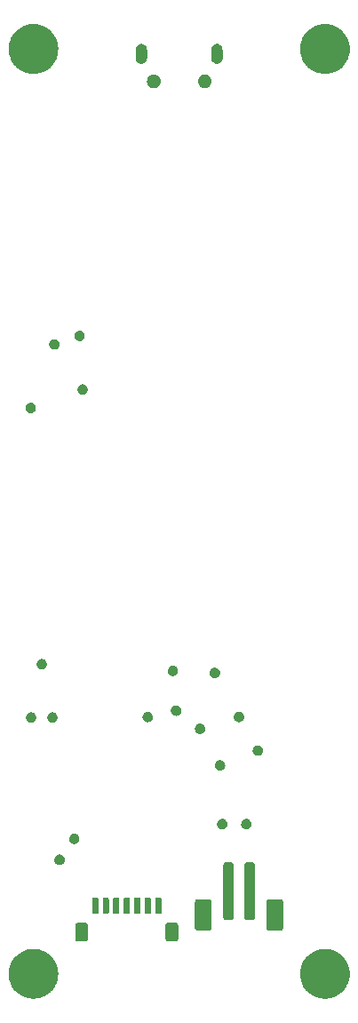
<source format=gbr>
%TF.GenerationSoftware,KiCad,Pcbnew,7.0.6*%
%TF.CreationDate,2024-05-23T09:50:57-04:00*%
%TF.ProjectId,ActiveImpactor_Control,41637469-7665-4496-9d70-6163746f725f,rev?*%
%TF.SameCoordinates,Original*%
%TF.FileFunction,Soldermask,Bot*%
%TF.FilePolarity,Negative*%
%FSLAX46Y46*%
G04 Gerber Fmt 4.6, Leading zero omitted, Abs format (unit mm)*
G04 Created by KiCad (PCBNEW 7.0.6) date 2024-05-23 09:50:57*
%MOMM*%
%LPD*%
G01*
G04 APERTURE LIST*
G04 APERTURE END LIST*
G36*
X-13817798Y-41682765D02*
G01*
X-13741381Y-41682765D01*
X-13658984Y-41693173D01*
X-13580500Y-41698318D01*
X-13514773Y-41711391D01*
X-13445477Y-41720146D01*
X-13358518Y-41742473D01*
X-13275805Y-41758926D01*
X-13217950Y-41778564D01*
X-13156612Y-41794314D01*
X-13066792Y-41829876D01*
X-12981627Y-41858786D01*
X-12932153Y-41883183D01*
X-12879305Y-41904108D01*
X-12788545Y-41954003D01*
X-12703000Y-41996190D01*
X-12662107Y-42023513D01*
X-12617956Y-42047786D01*
X-12528365Y-42112876D01*
X-12444692Y-42168786D01*
X-12412229Y-42197254D01*
X-12376666Y-42223093D01*
X-12290501Y-42304006D01*
X-12211121Y-42373621D01*
X-12186628Y-42401549D01*
X-12159257Y-42427253D01*
X-12078865Y-42524430D01*
X-12006286Y-42607192D01*
X-11989007Y-42633050D01*
X-11969149Y-42657056D01*
X-11896923Y-42770864D01*
X-11833690Y-42865500D01*
X-11822621Y-42887945D01*
X-11809340Y-42908873D01*
X-11747654Y-43039962D01*
X-11696286Y-43144127D01*
X-11690194Y-43162071D01*
X-11682353Y-43178736D01*
X-11633509Y-43329059D01*
X-11596426Y-43438305D01*
X-11593919Y-43450905D01*
X-11590191Y-43462381D01*
X-11556357Y-43639743D01*
X-11535818Y-43743000D01*
X-11535377Y-43749722D01*
X-11534306Y-43755339D01*
X-11517470Y-44022940D01*
X-11515500Y-44053000D01*
X-11517470Y-44083062D01*
X-11534306Y-44350660D01*
X-11535377Y-44356275D01*
X-11535818Y-44363000D01*
X-11556361Y-44466279D01*
X-11590191Y-44643618D01*
X-11593919Y-44655091D01*
X-11596426Y-44667695D01*
X-11633517Y-44776962D01*
X-11682353Y-44927263D01*
X-11690193Y-44943924D01*
X-11696286Y-44961873D01*
X-11747664Y-45066058D01*
X-11809340Y-45197126D01*
X-11822618Y-45218049D01*
X-11833690Y-45240500D01*
X-11896935Y-45335153D01*
X-11969149Y-45448943D01*
X-11989004Y-45472944D01*
X-12006286Y-45498808D01*
X-12078880Y-45581586D01*
X-12159257Y-45678746D01*
X-12186623Y-45704444D01*
X-12211121Y-45732379D01*
X-12290517Y-45802007D01*
X-12376666Y-45882906D01*
X-12412222Y-45908739D01*
X-12444692Y-45937214D01*
X-12528383Y-45993134D01*
X-12617956Y-46058213D01*
X-12662099Y-46082481D01*
X-12703000Y-46109810D01*
X-12788563Y-46152005D01*
X-12879305Y-46201891D01*
X-12932142Y-46222811D01*
X-12981627Y-46247214D01*
X-13066809Y-46276129D01*
X-13156612Y-46311685D01*
X-13217938Y-46327431D01*
X-13275805Y-46347074D01*
X-13358536Y-46363530D01*
X-13445477Y-46385853D01*
X-13514762Y-46394605D01*
X-13580500Y-46407682D01*
X-13658989Y-46412826D01*
X-13741381Y-46423235D01*
X-13817798Y-46423235D01*
X-13890500Y-46428000D01*
X-13963202Y-46423235D01*
X-14039619Y-46423235D01*
X-14122009Y-46412826D01*
X-14200500Y-46407682D01*
X-14266238Y-46394605D01*
X-14335522Y-46385853D01*
X-14422459Y-46363531D01*
X-14505195Y-46347074D01*
X-14563064Y-46327429D01*
X-14624387Y-46311685D01*
X-14714183Y-46276132D01*
X-14799373Y-46247214D01*
X-14848861Y-46222809D01*
X-14901694Y-46201891D01*
X-14992427Y-46152010D01*
X-15078000Y-46109810D01*
X-15118905Y-46082477D01*
X-15163043Y-46058213D01*
X-15252604Y-45993142D01*
X-15336308Y-45937214D01*
X-15368781Y-45908735D01*
X-15404333Y-45882906D01*
X-15490467Y-45802020D01*
X-15569879Y-45732379D01*
X-15594381Y-45704439D01*
X-15621742Y-45678746D01*
X-15702102Y-45581606D01*
X-15774714Y-45498808D01*
X-15791999Y-45472937D01*
X-15811850Y-45448943D01*
X-15884044Y-45335183D01*
X-15947310Y-45240500D01*
X-15958384Y-45218042D01*
X-15971659Y-45197126D01*
X-16033313Y-45066103D01*
X-16084714Y-44961873D01*
X-16090809Y-44943917D01*
X-16098646Y-44927263D01*
X-16147459Y-44777031D01*
X-16184574Y-44667695D01*
X-16187082Y-44655083D01*
X-16190808Y-44643618D01*
X-16224613Y-44466402D01*
X-16245182Y-44363000D01*
X-16245623Y-44356267D01*
X-16246693Y-44350660D01*
X-16263503Y-44083464D01*
X-16265500Y-44053000D01*
X-16263506Y-44022581D01*
X-16246693Y-43755339D01*
X-16245623Y-43749730D01*
X-16245182Y-43743000D01*
X-16224618Y-43639620D01*
X-16190808Y-43462381D01*
X-16187082Y-43450913D01*
X-16184574Y-43438305D01*
X-16147466Y-43328991D01*
X-16098646Y-43178736D01*
X-16090807Y-43162079D01*
X-16084714Y-43144127D01*
X-16033323Y-43039917D01*
X-15971659Y-42908873D01*
X-15958382Y-42887952D01*
X-15947310Y-42865500D01*
X-15884056Y-42770835D01*
X-15811850Y-42657056D01*
X-15791996Y-42633056D01*
X-15774714Y-42607192D01*
X-15702116Y-42524410D01*
X-15621742Y-42427253D01*
X-15594376Y-42401554D01*
X-15569879Y-42373621D01*
X-15490483Y-42303993D01*
X-15404333Y-42223093D01*
X-15368775Y-42197258D01*
X-15336308Y-42168786D01*
X-15252621Y-42112868D01*
X-15163043Y-42047786D01*
X-15118896Y-42023516D01*
X-15078000Y-41996190D01*
X-14992444Y-41953998D01*
X-14901694Y-41904108D01*
X-14848850Y-41883185D01*
X-14799373Y-41858786D01*
X-14714200Y-41829873D01*
X-14624387Y-41794314D01*
X-14563052Y-41778565D01*
X-14505195Y-41758926D01*
X-14422476Y-41742472D01*
X-14335522Y-41720146D01*
X-14266227Y-41711392D01*
X-14200500Y-41698318D01*
X-14122014Y-41693173D01*
X-14039619Y-41682765D01*
X-13963202Y-41682765D01*
X-13890500Y-41678000D01*
X-13817798Y-41682765D01*
G37*
G36*
X13963202Y-41682765D02*
G01*
X14039619Y-41682765D01*
X14122014Y-41693173D01*
X14200500Y-41698318D01*
X14266227Y-41711392D01*
X14335522Y-41720146D01*
X14422476Y-41742472D01*
X14505195Y-41758926D01*
X14563052Y-41778565D01*
X14624387Y-41794314D01*
X14714200Y-41829873D01*
X14799373Y-41858786D01*
X14848850Y-41883185D01*
X14901694Y-41904108D01*
X14992444Y-41953998D01*
X15078000Y-41996190D01*
X15118896Y-42023516D01*
X15163043Y-42047786D01*
X15252621Y-42112868D01*
X15336308Y-42168786D01*
X15368775Y-42197258D01*
X15404333Y-42223093D01*
X15490483Y-42303993D01*
X15569879Y-42373621D01*
X15594376Y-42401554D01*
X15621742Y-42427253D01*
X15702116Y-42524410D01*
X15774714Y-42607192D01*
X15791996Y-42633056D01*
X15811850Y-42657056D01*
X15884056Y-42770835D01*
X15947310Y-42865500D01*
X15958382Y-42887952D01*
X15971659Y-42908873D01*
X16033323Y-43039917D01*
X16084714Y-43144127D01*
X16090807Y-43162079D01*
X16098646Y-43178736D01*
X16147466Y-43328991D01*
X16184574Y-43438305D01*
X16187082Y-43450913D01*
X16190808Y-43462381D01*
X16224618Y-43639620D01*
X16245182Y-43743000D01*
X16245623Y-43749730D01*
X16246693Y-43755339D01*
X16263506Y-44022581D01*
X16265500Y-44053000D01*
X16263503Y-44083464D01*
X16246693Y-44350660D01*
X16245623Y-44356267D01*
X16245182Y-44363000D01*
X16224613Y-44466402D01*
X16190808Y-44643618D01*
X16187082Y-44655083D01*
X16184574Y-44667695D01*
X16147459Y-44777031D01*
X16098646Y-44927263D01*
X16090809Y-44943917D01*
X16084714Y-44961873D01*
X16033313Y-45066103D01*
X15971659Y-45197126D01*
X15958384Y-45218042D01*
X15947310Y-45240500D01*
X15884044Y-45335183D01*
X15811850Y-45448943D01*
X15791999Y-45472937D01*
X15774714Y-45498808D01*
X15702102Y-45581606D01*
X15621742Y-45678746D01*
X15594381Y-45704439D01*
X15569879Y-45732379D01*
X15490467Y-45802020D01*
X15404333Y-45882906D01*
X15368781Y-45908735D01*
X15336308Y-45937214D01*
X15252604Y-45993142D01*
X15163043Y-46058213D01*
X15118905Y-46082477D01*
X15078000Y-46109810D01*
X14992427Y-46152010D01*
X14901694Y-46201891D01*
X14848861Y-46222809D01*
X14799373Y-46247214D01*
X14714183Y-46276132D01*
X14624387Y-46311685D01*
X14563064Y-46327429D01*
X14505195Y-46347074D01*
X14422459Y-46363531D01*
X14335522Y-46385853D01*
X14266238Y-46394605D01*
X14200500Y-46407682D01*
X14122009Y-46412826D01*
X14039619Y-46423235D01*
X13963202Y-46423235D01*
X13890500Y-46428000D01*
X13817798Y-46423235D01*
X13741381Y-46423235D01*
X13658989Y-46412826D01*
X13580500Y-46407682D01*
X13514762Y-46394605D01*
X13445477Y-46385853D01*
X13358536Y-46363530D01*
X13275805Y-46347074D01*
X13217938Y-46327431D01*
X13156612Y-46311685D01*
X13066809Y-46276129D01*
X12981627Y-46247214D01*
X12932142Y-46222811D01*
X12879305Y-46201891D01*
X12788563Y-46152005D01*
X12703000Y-46109810D01*
X12662099Y-46082481D01*
X12617956Y-46058213D01*
X12528383Y-45993134D01*
X12444692Y-45937214D01*
X12412222Y-45908739D01*
X12376666Y-45882906D01*
X12290517Y-45802007D01*
X12211121Y-45732379D01*
X12186623Y-45704444D01*
X12159257Y-45678746D01*
X12078880Y-45581586D01*
X12006286Y-45498808D01*
X11989004Y-45472944D01*
X11969149Y-45448943D01*
X11896935Y-45335153D01*
X11833690Y-45240500D01*
X11822618Y-45218049D01*
X11809340Y-45197126D01*
X11747664Y-45066058D01*
X11696286Y-44961873D01*
X11690193Y-44943924D01*
X11682353Y-44927263D01*
X11633517Y-44776962D01*
X11596426Y-44667695D01*
X11593919Y-44655091D01*
X11590191Y-44643618D01*
X11556361Y-44466279D01*
X11535818Y-44363000D01*
X11535377Y-44356275D01*
X11534306Y-44350660D01*
X11517470Y-44083062D01*
X11515500Y-44053000D01*
X11517470Y-44022940D01*
X11534306Y-43755339D01*
X11535377Y-43749722D01*
X11535818Y-43743000D01*
X11556357Y-43639743D01*
X11590191Y-43462381D01*
X11593919Y-43450905D01*
X11596426Y-43438305D01*
X11633509Y-43329059D01*
X11682353Y-43178736D01*
X11690194Y-43162071D01*
X11696286Y-43144127D01*
X11747654Y-43039962D01*
X11809340Y-42908873D01*
X11822621Y-42887945D01*
X11833690Y-42865500D01*
X11896923Y-42770864D01*
X11969149Y-42657056D01*
X11989007Y-42633050D01*
X12006286Y-42607192D01*
X12078865Y-42524430D01*
X12159257Y-42427253D01*
X12186628Y-42401549D01*
X12211121Y-42373621D01*
X12290501Y-42304006D01*
X12376666Y-42223093D01*
X12412229Y-42197254D01*
X12444692Y-42168786D01*
X12528365Y-42112876D01*
X12617956Y-42047786D01*
X12662107Y-42023513D01*
X12703000Y-41996190D01*
X12788545Y-41954003D01*
X12879305Y-41904108D01*
X12932153Y-41883183D01*
X12981627Y-41858786D01*
X13066792Y-41829876D01*
X13156612Y-41794314D01*
X13217950Y-41778564D01*
X13275805Y-41758926D01*
X13358518Y-41742473D01*
X13445477Y-41720146D01*
X13514773Y-41711391D01*
X13580500Y-41698318D01*
X13658984Y-41693173D01*
X13741381Y-41682765D01*
X13817798Y-41682765D01*
X13890500Y-41678000D01*
X13963202Y-41682765D01*
G37*
G36*
X-8946770Y-39200642D02*
G01*
X-8894227Y-39206738D01*
X-8876274Y-39214664D01*
X-8854329Y-39219030D01*
X-8830835Y-39234728D01*
X-8809109Y-39244321D01*
X-8794270Y-39259159D01*
X-8773223Y-39273223D01*
X-8759159Y-39294270D01*
X-8744321Y-39309109D01*
X-8734727Y-39330835D01*
X-8719030Y-39354329D01*
X-8714665Y-39376273D01*
X-8706739Y-39394224D01*
X-8700644Y-39446759D01*
X-8700000Y-39450000D01*
X-8700000Y-40750000D01*
X-8700642Y-40753231D01*
X-8706738Y-40805772D01*
X-8714664Y-40823723D01*
X-8719030Y-40845671D01*
X-8734729Y-40869166D01*
X-8744321Y-40890890D01*
X-8759157Y-40905726D01*
X-8773223Y-40926777D01*
X-8794273Y-40940842D01*
X-8809109Y-40955678D01*
X-8830830Y-40965269D01*
X-8854329Y-40980970D01*
X-8876277Y-40985335D01*
X-8894224Y-40993260D01*
X-8946747Y-40999352D01*
X-8950000Y-41000000D01*
X-9650000Y-41000000D01*
X-9653243Y-40999354D01*
X-9705772Y-40993261D01*
X-9723719Y-40985336D01*
X-9745671Y-40980970D01*
X-9769171Y-40965267D01*
X-9790890Y-40955678D01*
X-9805723Y-40940844D01*
X-9826777Y-40926777D01*
X-9840844Y-40905723D01*
X-9855678Y-40890890D01*
X-9865267Y-40869170D01*
X-9880970Y-40845671D01*
X-9885336Y-40823720D01*
X-9893260Y-40805775D01*
X-9899352Y-40753254D01*
X-9900000Y-40750000D01*
X-9900000Y-39450000D01*
X-9899355Y-39446758D01*
X-9893261Y-39394227D01*
X-9885335Y-39376278D01*
X-9880970Y-39354329D01*
X-9865268Y-39330830D01*
X-9855678Y-39309109D01*
X-9840842Y-39294273D01*
X-9826777Y-39273223D01*
X-9805726Y-39259157D01*
X-9790890Y-39244321D01*
X-9769166Y-39234729D01*
X-9745671Y-39219030D01*
X-9723724Y-39214664D01*
X-9705775Y-39206739D01*
X-9653242Y-39200644D01*
X-9650000Y-39200000D01*
X-8950000Y-39200000D01*
X-8946770Y-39200642D01*
G37*
G36*
X-346770Y-39200642D02*
G01*
X-294227Y-39206738D01*
X-276274Y-39214664D01*
X-254329Y-39219030D01*
X-230835Y-39234728D01*
X-209109Y-39244321D01*
X-194270Y-39259159D01*
X-173223Y-39273223D01*
X-159159Y-39294270D01*
X-144321Y-39309109D01*
X-134727Y-39330835D01*
X-119030Y-39354329D01*
X-114665Y-39376273D01*
X-106739Y-39394224D01*
X-100644Y-39446759D01*
X-100000Y-39450000D01*
X-100000Y-40750000D01*
X-100642Y-40753231D01*
X-106738Y-40805772D01*
X-114664Y-40823723D01*
X-119030Y-40845671D01*
X-134729Y-40869166D01*
X-144321Y-40890890D01*
X-159157Y-40905726D01*
X-173223Y-40926777D01*
X-194273Y-40940842D01*
X-209109Y-40955678D01*
X-230830Y-40965269D01*
X-254329Y-40980970D01*
X-276277Y-40985335D01*
X-294224Y-40993260D01*
X-346747Y-40999352D01*
X-350000Y-41000000D01*
X-1050000Y-41000000D01*
X-1053243Y-40999354D01*
X-1105772Y-40993261D01*
X-1123719Y-40985336D01*
X-1145671Y-40980970D01*
X-1169171Y-40965267D01*
X-1190890Y-40955678D01*
X-1205723Y-40940844D01*
X-1226777Y-40926777D01*
X-1240844Y-40905723D01*
X-1255678Y-40890890D01*
X-1265267Y-40869170D01*
X-1280970Y-40845671D01*
X-1285336Y-40823720D01*
X-1293260Y-40805775D01*
X-1299352Y-40753254D01*
X-1300000Y-40750000D01*
X-1300000Y-39450000D01*
X-1299355Y-39446758D01*
X-1293261Y-39394227D01*
X-1285335Y-39376278D01*
X-1280970Y-39354329D01*
X-1265268Y-39330830D01*
X-1255678Y-39309109D01*
X-1240842Y-39294273D01*
X-1226777Y-39273223D01*
X-1205726Y-39259157D01*
X-1190890Y-39244321D01*
X-1169166Y-39234729D01*
X-1145671Y-39219030D01*
X-1123724Y-39214664D01*
X-1105775Y-39206739D01*
X-1053242Y-39200644D01*
X-1050000Y-39200000D01*
X-350000Y-39200000D01*
X-346770Y-39200642D01*
G37*
G36*
X2853231Y-36950642D02*
G01*
X2905772Y-36956738D01*
X2923723Y-36964664D01*
X2945671Y-36969030D01*
X2969166Y-36984729D01*
X2990890Y-36994321D01*
X3005726Y-37009157D01*
X3026777Y-37023223D01*
X3040842Y-37044273D01*
X3055678Y-37059109D01*
X3065269Y-37080830D01*
X3080970Y-37104329D01*
X3085335Y-37126277D01*
X3093260Y-37144224D01*
X3099352Y-37196747D01*
X3100000Y-37200000D01*
X3100000Y-39700000D01*
X3099354Y-39703243D01*
X3093261Y-39755772D01*
X3085336Y-39773719D01*
X3080970Y-39795671D01*
X3065267Y-39819171D01*
X3055678Y-39840890D01*
X3040844Y-39855723D01*
X3026777Y-39876777D01*
X3005723Y-39890844D01*
X2990890Y-39905678D01*
X2969170Y-39915267D01*
X2945671Y-39930970D01*
X2923720Y-39935336D01*
X2905775Y-39943260D01*
X2853254Y-39949352D01*
X2850000Y-39950000D01*
X1750000Y-39950000D01*
X1746758Y-39949355D01*
X1694227Y-39943261D01*
X1676278Y-39935335D01*
X1654329Y-39930970D01*
X1630830Y-39915268D01*
X1609109Y-39905678D01*
X1594273Y-39890842D01*
X1573223Y-39876777D01*
X1559157Y-39855726D01*
X1544321Y-39840890D01*
X1534729Y-39819166D01*
X1519030Y-39795671D01*
X1514664Y-39773724D01*
X1506739Y-39755775D01*
X1500644Y-39703242D01*
X1500000Y-39700000D01*
X1500000Y-37200000D01*
X1500642Y-37196770D01*
X1506738Y-37144227D01*
X1514664Y-37126274D01*
X1519030Y-37104329D01*
X1534728Y-37080835D01*
X1544321Y-37059109D01*
X1559159Y-37044270D01*
X1573223Y-37023223D01*
X1594270Y-37009159D01*
X1609109Y-36994321D01*
X1630835Y-36984727D01*
X1654329Y-36969030D01*
X1676273Y-36964665D01*
X1694224Y-36956739D01*
X1746759Y-36950644D01*
X1750000Y-36950000D01*
X2850000Y-36950000D01*
X2853231Y-36950642D01*
G37*
G36*
X9653231Y-36950642D02*
G01*
X9705772Y-36956738D01*
X9723723Y-36964664D01*
X9745671Y-36969030D01*
X9769166Y-36984729D01*
X9790890Y-36994321D01*
X9805726Y-37009157D01*
X9826777Y-37023223D01*
X9840842Y-37044273D01*
X9855678Y-37059109D01*
X9865269Y-37080830D01*
X9880970Y-37104329D01*
X9885335Y-37126277D01*
X9893260Y-37144224D01*
X9899352Y-37196747D01*
X9900000Y-37200000D01*
X9900000Y-39700000D01*
X9899354Y-39703243D01*
X9893261Y-39755772D01*
X9885336Y-39773719D01*
X9880970Y-39795671D01*
X9865267Y-39819171D01*
X9855678Y-39840890D01*
X9840844Y-39855723D01*
X9826777Y-39876777D01*
X9805723Y-39890844D01*
X9790890Y-39905678D01*
X9769170Y-39915267D01*
X9745671Y-39930970D01*
X9723720Y-39935336D01*
X9705775Y-39943260D01*
X9653254Y-39949352D01*
X9650000Y-39950000D01*
X8550000Y-39950000D01*
X8546758Y-39949355D01*
X8494227Y-39943261D01*
X8476278Y-39935335D01*
X8454329Y-39930970D01*
X8430830Y-39915268D01*
X8409109Y-39905678D01*
X8394273Y-39890842D01*
X8373223Y-39876777D01*
X8359157Y-39855726D01*
X8344321Y-39840890D01*
X8334729Y-39819166D01*
X8319030Y-39795671D01*
X8314664Y-39773724D01*
X8306739Y-39755775D01*
X8300644Y-39703242D01*
X8300000Y-39700000D01*
X8300000Y-37200000D01*
X8300642Y-37196770D01*
X8306738Y-37144227D01*
X8314664Y-37126274D01*
X8319030Y-37104329D01*
X8334728Y-37080835D01*
X8344321Y-37059109D01*
X8359159Y-37044270D01*
X8373223Y-37023223D01*
X8394270Y-37009159D01*
X8409109Y-36994321D01*
X8430835Y-36984727D01*
X8454329Y-36969030D01*
X8476273Y-36964665D01*
X8494224Y-36956739D01*
X8546759Y-36950644D01*
X8550000Y-36950000D01*
X9650000Y-36950000D01*
X9653231Y-36950642D01*
G37*
G36*
X4953231Y-33450642D02*
G01*
X5005772Y-33456738D01*
X5023723Y-33464664D01*
X5045671Y-33469030D01*
X5069166Y-33484729D01*
X5090890Y-33494321D01*
X5105726Y-33509157D01*
X5126777Y-33523223D01*
X5140842Y-33544273D01*
X5155678Y-33559109D01*
X5165269Y-33580830D01*
X5180970Y-33604329D01*
X5185335Y-33626277D01*
X5193260Y-33644224D01*
X5199352Y-33696747D01*
X5200000Y-33700000D01*
X5200000Y-38700000D01*
X5199354Y-38703243D01*
X5193261Y-38755772D01*
X5185336Y-38773719D01*
X5180970Y-38795671D01*
X5165267Y-38819171D01*
X5155678Y-38840890D01*
X5140844Y-38855723D01*
X5126777Y-38876777D01*
X5105723Y-38890844D01*
X5090890Y-38905678D01*
X5069170Y-38915267D01*
X5045671Y-38930970D01*
X5023720Y-38935336D01*
X5005775Y-38943260D01*
X4953254Y-38949352D01*
X4950000Y-38950000D01*
X4450000Y-38950000D01*
X4446758Y-38949355D01*
X4394227Y-38943261D01*
X4376278Y-38935335D01*
X4354329Y-38930970D01*
X4330830Y-38915268D01*
X4309109Y-38905678D01*
X4294273Y-38890842D01*
X4273223Y-38876777D01*
X4259157Y-38855726D01*
X4244321Y-38840890D01*
X4234729Y-38819166D01*
X4219030Y-38795671D01*
X4214664Y-38773724D01*
X4206739Y-38755775D01*
X4200644Y-38703242D01*
X4200000Y-38700000D01*
X4200000Y-33700000D01*
X4200642Y-33696770D01*
X4206738Y-33644227D01*
X4214664Y-33626274D01*
X4219030Y-33604329D01*
X4234728Y-33580835D01*
X4244321Y-33559109D01*
X4259159Y-33544270D01*
X4273223Y-33523223D01*
X4294270Y-33509159D01*
X4309109Y-33494321D01*
X4330835Y-33484727D01*
X4354329Y-33469030D01*
X4376273Y-33464665D01*
X4394224Y-33456739D01*
X4446759Y-33450644D01*
X4450000Y-33450000D01*
X4950000Y-33450000D01*
X4953231Y-33450642D01*
G37*
G36*
X6953231Y-33450642D02*
G01*
X7005772Y-33456738D01*
X7023723Y-33464664D01*
X7045671Y-33469030D01*
X7069166Y-33484729D01*
X7090890Y-33494321D01*
X7105726Y-33509157D01*
X7126777Y-33523223D01*
X7140842Y-33544273D01*
X7155678Y-33559109D01*
X7165269Y-33580830D01*
X7180970Y-33604329D01*
X7185335Y-33626277D01*
X7193260Y-33644224D01*
X7199352Y-33696747D01*
X7200000Y-33700000D01*
X7200000Y-38700000D01*
X7199354Y-38703243D01*
X7193261Y-38755772D01*
X7185336Y-38773719D01*
X7180970Y-38795671D01*
X7165267Y-38819171D01*
X7155678Y-38840890D01*
X7140844Y-38855723D01*
X7126777Y-38876777D01*
X7105723Y-38890844D01*
X7090890Y-38905678D01*
X7069170Y-38915267D01*
X7045671Y-38930970D01*
X7023720Y-38935336D01*
X7005775Y-38943260D01*
X6953254Y-38949352D01*
X6950000Y-38950000D01*
X6450000Y-38950000D01*
X6446758Y-38949355D01*
X6394227Y-38943261D01*
X6376278Y-38935335D01*
X6354329Y-38930970D01*
X6330830Y-38915268D01*
X6309109Y-38905678D01*
X6294273Y-38890842D01*
X6273223Y-38876777D01*
X6259157Y-38855726D01*
X6244321Y-38840890D01*
X6234729Y-38819166D01*
X6219030Y-38795671D01*
X6214664Y-38773724D01*
X6206739Y-38755775D01*
X6200644Y-38703242D01*
X6200000Y-38700000D01*
X6200000Y-33700000D01*
X6200642Y-33696770D01*
X6206738Y-33644227D01*
X6214664Y-33626274D01*
X6219030Y-33604329D01*
X6234728Y-33580835D01*
X6244321Y-33559109D01*
X6259159Y-33544270D01*
X6273223Y-33523223D01*
X6294270Y-33509159D01*
X6309109Y-33494321D01*
X6330835Y-33484727D01*
X6354329Y-33469030D01*
X6376273Y-33464665D01*
X6394224Y-33456739D01*
X6446759Y-33450644D01*
X6450000Y-33450000D01*
X6950000Y-33450000D01*
X6953231Y-33450642D01*
G37*
G36*
X-7792597Y-36811418D02*
G01*
X-7743934Y-36843934D01*
X-7711418Y-36892597D01*
X-7700000Y-36950000D01*
X-7700000Y-38200000D01*
X-7711418Y-38257403D01*
X-7743934Y-38306066D01*
X-7792597Y-38338582D01*
X-7850000Y-38350000D01*
X-8150000Y-38350000D01*
X-8207403Y-38338582D01*
X-8256066Y-38306066D01*
X-8288582Y-38257403D01*
X-8300000Y-38200000D01*
X-8300000Y-36950000D01*
X-8288582Y-36892597D01*
X-8256066Y-36843934D01*
X-8207403Y-36811418D01*
X-8150000Y-36800000D01*
X-7850000Y-36800000D01*
X-7792597Y-36811418D01*
G37*
G36*
X-6792597Y-36811418D02*
G01*
X-6743934Y-36843934D01*
X-6711418Y-36892597D01*
X-6700000Y-36950000D01*
X-6700000Y-38200000D01*
X-6711418Y-38257403D01*
X-6743934Y-38306066D01*
X-6792597Y-38338582D01*
X-6850000Y-38350000D01*
X-7150000Y-38350000D01*
X-7207403Y-38338582D01*
X-7256066Y-38306066D01*
X-7288582Y-38257403D01*
X-7300000Y-38200000D01*
X-7300000Y-36950000D01*
X-7288582Y-36892597D01*
X-7256066Y-36843934D01*
X-7207403Y-36811418D01*
X-7150000Y-36800000D01*
X-6850000Y-36800000D01*
X-6792597Y-36811418D01*
G37*
G36*
X-5792597Y-36811418D02*
G01*
X-5743934Y-36843934D01*
X-5711418Y-36892597D01*
X-5700000Y-36950000D01*
X-5700000Y-38200000D01*
X-5711418Y-38257403D01*
X-5743934Y-38306066D01*
X-5792597Y-38338582D01*
X-5850000Y-38350000D01*
X-6150000Y-38350000D01*
X-6207403Y-38338582D01*
X-6256066Y-38306066D01*
X-6288582Y-38257403D01*
X-6300000Y-38200000D01*
X-6300000Y-36950000D01*
X-6288582Y-36892597D01*
X-6256066Y-36843934D01*
X-6207403Y-36811418D01*
X-6150000Y-36800000D01*
X-5850000Y-36800000D01*
X-5792597Y-36811418D01*
G37*
G36*
X-4792597Y-36811418D02*
G01*
X-4743934Y-36843934D01*
X-4711418Y-36892597D01*
X-4700000Y-36950000D01*
X-4700000Y-38200000D01*
X-4711418Y-38257403D01*
X-4743934Y-38306066D01*
X-4792597Y-38338582D01*
X-4850000Y-38350000D01*
X-5150000Y-38350000D01*
X-5207403Y-38338582D01*
X-5256066Y-38306066D01*
X-5288582Y-38257403D01*
X-5300000Y-38200000D01*
X-5300000Y-36950000D01*
X-5288582Y-36892597D01*
X-5256066Y-36843934D01*
X-5207403Y-36811418D01*
X-5150000Y-36800000D01*
X-4850000Y-36800000D01*
X-4792597Y-36811418D01*
G37*
G36*
X-3792597Y-36811418D02*
G01*
X-3743934Y-36843934D01*
X-3711418Y-36892597D01*
X-3700000Y-36950000D01*
X-3700000Y-38200000D01*
X-3711418Y-38257403D01*
X-3743934Y-38306066D01*
X-3792597Y-38338582D01*
X-3850000Y-38350000D01*
X-4150000Y-38350000D01*
X-4207403Y-38338582D01*
X-4256066Y-38306066D01*
X-4288582Y-38257403D01*
X-4300000Y-38200000D01*
X-4300000Y-36950000D01*
X-4288582Y-36892597D01*
X-4256066Y-36843934D01*
X-4207403Y-36811418D01*
X-4150000Y-36800000D01*
X-3850000Y-36800000D01*
X-3792597Y-36811418D01*
G37*
G36*
X-2792597Y-36811418D02*
G01*
X-2743934Y-36843934D01*
X-2711418Y-36892597D01*
X-2700000Y-36950000D01*
X-2700000Y-38200000D01*
X-2711418Y-38257403D01*
X-2743934Y-38306066D01*
X-2792597Y-38338582D01*
X-2850000Y-38350000D01*
X-3150000Y-38350000D01*
X-3207403Y-38338582D01*
X-3256066Y-38306066D01*
X-3288582Y-38257403D01*
X-3300000Y-38200000D01*
X-3300000Y-36950000D01*
X-3288582Y-36892597D01*
X-3256066Y-36843934D01*
X-3207403Y-36811418D01*
X-3150000Y-36800000D01*
X-2850000Y-36800000D01*
X-2792597Y-36811418D01*
G37*
G36*
X-1792597Y-36811418D02*
G01*
X-1743934Y-36843934D01*
X-1711418Y-36892597D01*
X-1700000Y-36950000D01*
X-1700000Y-38200000D01*
X-1711418Y-38257403D01*
X-1743934Y-38306066D01*
X-1792597Y-38338582D01*
X-1850000Y-38350000D01*
X-2150000Y-38350000D01*
X-2207403Y-38338582D01*
X-2256066Y-38306066D01*
X-2288582Y-38257403D01*
X-2300000Y-38200000D01*
X-2300000Y-36950000D01*
X-2288582Y-36892597D01*
X-2256066Y-36843934D01*
X-2207403Y-36811418D01*
X-2150000Y-36800000D01*
X-1850000Y-36800000D01*
X-1792597Y-36811418D01*
G37*
G36*
X-11363965Y-32705089D02*
G01*
X-11328843Y-32705089D01*
X-11300297Y-32713470D01*
X-11270678Y-32717370D01*
X-11230890Y-32733850D01*
X-11192292Y-32745184D01*
X-11171918Y-32758277D01*
X-11150172Y-32767285D01*
X-11110322Y-32797863D01*
X-11072570Y-32822125D01*
X-11060400Y-32836169D01*
X-11046690Y-32846690D01*
X-11011145Y-32893012D01*
X-10979373Y-32929680D01*
X-10974026Y-32941387D01*
X-10967285Y-32950173D01*
X-10940662Y-33014444D01*
X-10920254Y-33059134D01*
X-10919245Y-33066151D01*
X-10917370Y-33070678D01*
X-10904088Y-33171567D01*
X-10900000Y-33200000D01*
X-10904088Y-33228435D01*
X-10917370Y-33329321D01*
X-10919244Y-33333847D01*
X-10920254Y-33340866D01*
X-10940665Y-33385560D01*
X-10967285Y-33449827D01*
X-10974026Y-33458612D01*
X-10979373Y-33470320D01*
X-11011149Y-33506992D01*
X-11046690Y-33553309D01*
X-11060397Y-33563827D01*
X-11072570Y-33577875D01*
X-11110330Y-33602142D01*
X-11150172Y-33632714D01*
X-11171913Y-33641719D01*
X-11192292Y-33654816D01*
X-11230898Y-33666151D01*
X-11270678Y-33682629D01*
X-11300291Y-33686527D01*
X-11328843Y-33694911D01*
X-11363972Y-33694911D01*
X-11400000Y-33699654D01*
X-11436028Y-33694911D01*
X-11471157Y-33694911D01*
X-11499708Y-33686527D01*
X-11529321Y-33682629D01*
X-11569097Y-33666152D01*
X-11607708Y-33654816D01*
X-11628087Y-33641718D01*
X-11649827Y-33632714D01*
X-11689663Y-33602145D01*
X-11727430Y-33577875D01*
X-11739604Y-33563824D01*
X-11753309Y-33553309D01*
X-11788841Y-33507002D01*
X-11820627Y-33470320D01*
X-11825974Y-33458609D01*
X-11832714Y-33449827D01*
X-11859324Y-33385583D01*
X-11879746Y-33340866D01*
X-11880755Y-33333843D01*
X-11882629Y-33329321D01*
X-11895898Y-33228526D01*
X-11900000Y-33200000D01*
X-11895901Y-33171493D01*
X-11882629Y-33070678D01*
X-11880755Y-33066154D01*
X-11879746Y-33059134D01*
X-11859326Y-33014421D01*
X-11832714Y-32950173D01*
X-11825974Y-32941390D01*
X-11820627Y-32929680D01*
X-11788845Y-32893002D01*
X-11753309Y-32846690D01*
X-11739602Y-32836172D01*
X-11727430Y-32822125D01*
X-11689668Y-32797856D01*
X-11649826Y-32767285D01*
X-11628084Y-32758279D01*
X-11607708Y-32745184D01*
X-11569104Y-32733849D01*
X-11529321Y-32717370D01*
X-11499702Y-32713470D01*
X-11471157Y-32705089D01*
X-11436035Y-32705089D01*
X-11400000Y-32700345D01*
X-11363965Y-32705089D01*
G37*
G36*
X-9963965Y-30705089D02*
G01*
X-9928843Y-30705089D01*
X-9900297Y-30713470D01*
X-9870678Y-30717370D01*
X-9830890Y-30733850D01*
X-9792292Y-30745184D01*
X-9771918Y-30758277D01*
X-9750172Y-30767285D01*
X-9710322Y-30797863D01*
X-9672570Y-30822125D01*
X-9660400Y-30836169D01*
X-9646690Y-30846690D01*
X-9611145Y-30893012D01*
X-9579373Y-30929680D01*
X-9574026Y-30941387D01*
X-9567285Y-30950173D01*
X-9540662Y-31014444D01*
X-9520254Y-31059134D01*
X-9519245Y-31066151D01*
X-9517370Y-31070678D01*
X-9504088Y-31171567D01*
X-9500000Y-31200000D01*
X-9504088Y-31228435D01*
X-9517370Y-31329321D01*
X-9519244Y-31333847D01*
X-9520254Y-31340866D01*
X-9540665Y-31385560D01*
X-9567285Y-31449827D01*
X-9574026Y-31458612D01*
X-9579373Y-31470320D01*
X-9611149Y-31506992D01*
X-9646690Y-31553309D01*
X-9660397Y-31563827D01*
X-9672570Y-31577875D01*
X-9710330Y-31602142D01*
X-9750172Y-31632714D01*
X-9771913Y-31641719D01*
X-9792292Y-31654816D01*
X-9830898Y-31666151D01*
X-9870678Y-31682629D01*
X-9900291Y-31686527D01*
X-9928843Y-31694911D01*
X-9963972Y-31694911D01*
X-10000000Y-31699654D01*
X-10036028Y-31694911D01*
X-10071157Y-31694911D01*
X-10099708Y-31686527D01*
X-10129321Y-31682629D01*
X-10169097Y-31666152D01*
X-10207708Y-31654816D01*
X-10228087Y-31641718D01*
X-10249827Y-31632714D01*
X-10289663Y-31602145D01*
X-10327430Y-31577875D01*
X-10339604Y-31563824D01*
X-10353309Y-31553309D01*
X-10388841Y-31507002D01*
X-10420627Y-31470320D01*
X-10425974Y-31458609D01*
X-10432714Y-31449827D01*
X-10459324Y-31385583D01*
X-10479746Y-31340866D01*
X-10480755Y-31333843D01*
X-10482629Y-31329321D01*
X-10495899Y-31228517D01*
X-10500000Y-31200000D01*
X-10495900Y-31171484D01*
X-10482629Y-31070678D01*
X-10480755Y-31066154D01*
X-10479746Y-31059134D01*
X-10459326Y-31014421D01*
X-10432714Y-30950173D01*
X-10425974Y-30941390D01*
X-10420627Y-30929680D01*
X-10388845Y-30893002D01*
X-10353309Y-30846690D01*
X-10339602Y-30836172D01*
X-10327430Y-30822125D01*
X-10289668Y-30797856D01*
X-10249826Y-30767285D01*
X-10228084Y-30758279D01*
X-10207708Y-30745184D01*
X-10169104Y-30733849D01*
X-10129321Y-30717370D01*
X-10099702Y-30713470D01*
X-10071157Y-30705089D01*
X-10036035Y-30705089D01*
X-10000000Y-30700345D01*
X-9963965Y-30705089D01*
G37*
G36*
X4136035Y-29305089D02*
G01*
X4171157Y-29305089D01*
X4199702Y-29313470D01*
X4229321Y-29317370D01*
X4269106Y-29333849D01*
X4307708Y-29345184D01*
X4328083Y-29358278D01*
X4349827Y-29367285D01*
X4389671Y-29397859D01*
X4427430Y-29422125D01*
X4439601Y-29436172D01*
X4453309Y-29446690D01*
X4488845Y-29493002D01*
X4520627Y-29529680D01*
X4525974Y-29541390D01*
X4532714Y-29550173D01*
X4559326Y-29614421D01*
X4579746Y-29659134D01*
X4580755Y-29666154D01*
X4582629Y-29670678D01*
X4595900Y-29771484D01*
X4600000Y-29800000D01*
X4595899Y-29828517D01*
X4582629Y-29929321D01*
X4580755Y-29933843D01*
X4579746Y-29940866D01*
X4559324Y-29985583D01*
X4532714Y-30049827D01*
X4525974Y-30058609D01*
X4520627Y-30070320D01*
X4488841Y-30107002D01*
X4453309Y-30153309D01*
X4439604Y-30163824D01*
X4427430Y-30177875D01*
X4389663Y-30202145D01*
X4349827Y-30232714D01*
X4328087Y-30241718D01*
X4307708Y-30254816D01*
X4269097Y-30266152D01*
X4229321Y-30282629D01*
X4199708Y-30286527D01*
X4171157Y-30294911D01*
X4136028Y-30294911D01*
X4100000Y-30299654D01*
X4063972Y-30294911D01*
X4028843Y-30294911D01*
X4000291Y-30286527D01*
X3970678Y-30282629D01*
X3930898Y-30266151D01*
X3892292Y-30254816D01*
X3871913Y-30241719D01*
X3850172Y-30232714D01*
X3810330Y-30202142D01*
X3772570Y-30177875D01*
X3760397Y-30163827D01*
X3746690Y-30153309D01*
X3711149Y-30106992D01*
X3679373Y-30070320D01*
X3674026Y-30058612D01*
X3667285Y-30049827D01*
X3640665Y-29985560D01*
X3620254Y-29940866D01*
X3619244Y-29933847D01*
X3617370Y-29929321D01*
X3604088Y-29828435D01*
X3600000Y-29800000D01*
X3604088Y-29771567D01*
X3617370Y-29670678D01*
X3619245Y-29666151D01*
X3620254Y-29659134D01*
X3640662Y-29614444D01*
X3667285Y-29550173D01*
X3674026Y-29541387D01*
X3679373Y-29529680D01*
X3711145Y-29493012D01*
X3746690Y-29446690D01*
X3760399Y-29436170D01*
X3772570Y-29422125D01*
X3810325Y-29397860D01*
X3850173Y-29367285D01*
X3871916Y-29358278D01*
X3892292Y-29345184D01*
X3930891Y-29333850D01*
X3970678Y-29317370D01*
X4000297Y-29313470D01*
X4028843Y-29305089D01*
X4063965Y-29305089D01*
X4100000Y-29300345D01*
X4136035Y-29305089D01*
G37*
G36*
X6436035Y-29305089D02*
G01*
X6471157Y-29305089D01*
X6499702Y-29313470D01*
X6529321Y-29317370D01*
X6569106Y-29333849D01*
X6607708Y-29345184D01*
X6628083Y-29358278D01*
X6649827Y-29367285D01*
X6689671Y-29397859D01*
X6727430Y-29422125D01*
X6739601Y-29436172D01*
X6753309Y-29446690D01*
X6788845Y-29493002D01*
X6820627Y-29529680D01*
X6825974Y-29541390D01*
X6832714Y-29550173D01*
X6859326Y-29614421D01*
X6879746Y-29659134D01*
X6880755Y-29666154D01*
X6882629Y-29670678D01*
X6895900Y-29771484D01*
X6900000Y-29800000D01*
X6895899Y-29828517D01*
X6882629Y-29929321D01*
X6880755Y-29933843D01*
X6879746Y-29940866D01*
X6859324Y-29985583D01*
X6832714Y-30049827D01*
X6825974Y-30058609D01*
X6820627Y-30070320D01*
X6788841Y-30107002D01*
X6753309Y-30153309D01*
X6739604Y-30163824D01*
X6727430Y-30177875D01*
X6689663Y-30202145D01*
X6649827Y-30232714D01*
X6628087Y-30241718D01*
X6607708Y-30254816D01*
X6569097Y-30266152D01*
X6529321Y-30282629D01*
X6499708Y-30286527D01*
X6471157Y-30294911D01*
X6436028Y-30294911D01*
X6400000Y-30299654D01*
X6363972Y-30294911D01*
X6328843Y-30294911D01*
X6300291Y-30286527D01*
X6270678Y-30282629D01*
X6230898Y-30266151D01*
X6192292Y-30254816D01*
X6171913Y-30241719D01*
X6150172Y-30232714D01*
X6110330Y-30202142D01*
X6072570Y-30177875D01*
X6060397Y-30163827D01*
X6046690Y-30153309D01*
X6011149Y-30106992D01*
X5979373Y-30070320D01*
X5974026Y-30058612D01*
X5967285Y-30049827D01*
X5940665Y-29985560D01*
X5920254Y-29940866D01*
X5919244Y-29933847D01*
X5917370Y-29929321D01*
X5904088Y-29828435D01*
X5900000Y-29800000D01*
X5904088Y-29771567D01*
X5917370Y-29670678D01*
X5919245Y-29666151D01*
X5920254Y-29659134D01*
X5940662Y-29614444D01*
X5967285Y-29550173D01*
X5974026Y-29541387D01*
X5979373Y-29529680D01*
X6011145Y-29493012D01*
X6046690Y-29446690D01*
X6060399Y-29436170D01*
X6072570Y-29422125D01*
X6110325Y-29397860D01*
X6150173Y-29367285D01*
X6171916Y-29358278D01*
X6192292Y-29345184D01*
X6230891Y-29333850D01*
X6270678Y-29317370D01*
X6300297Y-29313470D01*
X6328843Y-29305089D01*
X6363965Y-29305089D01*
X6400000Y-29300345D01*
X6436035Y-29305089D01*
G37*
G36*
X3936035Y-23705089D02*
G01*
X3971157Y-23705089D01*
X3999702Y-23713470D01*
X4029321Y-23717370D01*
X4069106Y-23733849D01*
X4107708Y-23745184D01*
X4128083Y-23758278D01*
X4149827Y-23767285D01*
X4189671Y-23797859D01*
X4227430Y-23822125D01*
X4239601Y-23836172D01*
X4253309Y-23846690D01*
X4288845Y-23893002D01*
X4320627Y-23929680D01*
X4325974Y-23941390D01*
X4332714Y-23950173D01*
X4359326Y-24014421D01*
X4379746Y-24059134D01*
X4380755Y-24066154D01*
X4382629Y-24070678D01*
X4395900Y-24171484D01*
X4400000Y-24200000D01*
X4395899Y-24228517D01*
X4382629Y-24329321D01*
X4380755Y-24333843D01*
X4379746Y-24340866D01*
X4359324Y-24385583D01*
X4332714Y-24449827D01*
X4325974Y-24458609D01*
X4320627Y-24470320D01*
X4288841Y-24507002D01*
X4253309Y-24553309D01*
X4239604Y-24563824D01*
X4227430Y-24577875D01*
X4189663Y-24602145D01*
X4149827Y-24632714D01*
X4128087Y-24641718D01*
X4107708Y-24654816D01*
X4069097Y-24666152D01*
X4029321Y-24682629D01*
X3999708Y-24686527D01*
X3971157Y-24694911D01*
X3936028Y-24694911D01*
X3900000Y-24699654D01*
X3863972Y-24694911D01*
X3828843Y-24694911D01*
X3800291Y-24686527D01*
X3770678Y-24682629D01*
X3730898Y-24666151D01*
X3692292Y-24654816D01*
X3671913Y-24641719D01*
X3650172Y-24632714D01*
X3610330Y-24602142D01*
X3572570Y-24577875D01*
X3560397Y-24563827D01*
X3546690Y-24553309D01*
X3511149Y-24506992D01*
X3479373Y-24470320D01*
X3474026Y-24458612D01*
X3467285Y-24449827D01*
X3440665Y-24385560D01*
X3420254Y-24340866D01*
X3419244Y-24333847D01*
X3417370Y-24329321D01*
X3404088Y-24228435D01*
X3400000Y-24200000D01*
X3404088Y-24171567D01*
X3417370Y-24070678D01*
X3419245Y-24066151D01*
X3420254Y-24059134D01*
X3440662Y-24014444D01*
X3467285Y-23950173D01*
X3474026Y-23941387D01*
X3479373Y-23929680D01*
X3511145Y-23893012D01*
X3546690Y-23846690D01*
X3560399Y-23836170D01*
X3572570Y-23822125D01*
X3610325Y-23797860D01*
X3650173Y-23767285D01*
X3671916Y-23758278D01*
X3692292Y-23745184D01*
X3730891Y-23733850D01*
X3770678Y-23717370D01*
X3800297Y-23713470D01*
X3828843Y-23705089D01*
X3863965Y-23705089D01*
X3900000Y-23700345D01*
X3936035Y-23705089D01*
G37*
G36*
X7536035Y-22305089D02*
G01*
X7571157Y-22305089D01*
X7599702Y-22313470D01*
X7629321Y-22317370D01*
X7669106Y-22333849D01*
X7707708Y-22345184D01*
X7728083Y-22358278D01*
X7749827Y-22367285D01*
X7789671Y-22397859D01*
X7827430Y-22422125D01*
X7839601Y-22436172D01*
X7853309Y-22446690D01*
X7888845Y-22493002D01*
X7920627Y-22529680D01*
X7925974Y-22541390D01*
X7932714Y-22550173D01*
X7959326Y-22614421D01*
X7979746Y-22659134D01*
X7980755Y-22666154D01*
X7982629Y-22670678D01*
X7995900Y-22771484D01*
X8000000Y-22800000D01*
X7995899Y-22828517D01*
X7982629Y-22929321D01*
X7980755Y-22933843D01*
X7979746Y-22940866D01*
X7959324Y-22985583D01*
X7932714Y-23049827D01*
X7925974Y-23058609D01*
X7920627Y-23070320D01*
X7888841Y-23107002D01*
X7853309Y-23153309D01*
X7839604Y-23163824D01*
X7827430Y-23177875D01*
X7789663Y-23202145D01*
X7749827Y-23232714D01*
X7728087Y-23241718D01*
X7707708Y-23254816D01*
X7669097Y-23266152D01*
X7629321Y-23282629D01*
X7599708Y-23286527D01*
X7571157Y-23294911D01*
X7536028Y-23294911D01*
X7500000Y-23299654D01*
X7463972Y-23294911D01*
X7428843Y-23294911D01*
X7400291Y-23286527D01*
X7370678Y-23282629D01*
X7330898Y-23266151D01*
X7292292Y-23254816D01*
X7271913Y-23241719D01*
X7250172Y-23232714D01*
X7210330Y-23202142D01*
X7172570Y-23177875D01*
X7160397Y-23163827D01*
X7146690Y-23153309D01*
X7111149Y-23106992D01*
X7079373Y-23070320D01*
X7074026Y-23058612D01*
X7067285Y-23049827D01*
X7040665Y-22985560D01*
X7020254Y-22940866D01*
X7019244Y-22933847D01*
X7017370Y-22929321D01*
X7004088Y-22828435D01*
X7000000Y-22800000D01*
X7004088Y-22771567D01*
X7017370Y-22670678D01*
X7019245Y-22666151D01*
X7020254Y-22659134D01*
X7040662Y-22614444D01*
X7067285Y-22550173D01*
X7074026Y-22541387D01*
X7079373Y-22529680D01*
X7111145Y-22493012D01*
X7146690Y-22446690D01*
X7160399Y-22436170D01*
X7172570Y-22422125D01*
X7210325Y-22397860D01*
X7250173Y-22367285D01*
X7271916Y-22358278D01*
X7292292Y-22345184D01*
X7330891Y-22333850D01*
X7370678Y-22317370D01*
X7400297Y-22313470D01*
X7428843Y-22305089D01*
X7463965Y-22305089D01*
X7500000Y-22300345D01*
X7536035Y-22305089D01*
G37*
G36*
X2034489Y-20219857D02*
G01*
X2069611Y-20219857D01*
X2098156Y-20228238D01*
X2127775Y-20232138D01*
X2167560Y-20248617D01*
X2206162Y-20259952D01*
X2226537Y-20273046D01*
X2248281Y-20282053D01*
X2288125Y-20312627D01*
X2325884Y-20336893D01*
X2338055Y-20350940D01*
X2351763Y-20361458D01*
X2387299Y-20407770D01*
X2419081Y-20444448D01*
X2424428Y-20456158D01*
X2431168Y-20464941D01*
X2457780Y-20529189D01*
X2478200Y-20573902D01*
X2479209Y-20580922D01*
X2481083Y-20585446D01*
X2494354Y-20686252D01*
X2498454Y-20714768D01*
X2494353Y-20743285D01*
X2481083Y-20844089D01*
X2479209Y-20848611D01*
X2478200Y-20855634D01*
X2457778Y-20900351D01*
X2431168Y-20964595D01*
X2424428Y-20973377D01*
X2419081Y-20985088D01*
X2387295Y-21021770D01*
X2351763Y-21068077D01*
X2338058Y-21078592D01*
X2325884Y-21092643D01*
X2288117Y-21116913D01*
X2248281Y-21147482D01*
X2226541Y-21156486D01*
X2206162Y-21169584D01*
X2167551Y-21180920D01*
X2127775Y-21197397D01*
X2098162Y-21201295D01*
X2069611Y-21209679D01*
X2034482Y-21209679D01*
X1998454Y-21214422D01*
X1962426Y-21209679D01*
X1927297Y-21209679D01*
X1898745Y-21201295D01*
X1869132Y-21197397D01*
X1829352Y-21180919D01*
X1790746Y-21169584D01*
X1770367Y-21156487D01*
X1748626Y-21147482D01*
X1708784Y-21116910D01*
X1671024Y-21092643D01*
X1658851Y-21078595D01*
X1645144Y-21068077D01*
X1609603Y-21021760D01*
X1577827Y-20985088D01*
X1572480Y-20973380D01*
X1565739Y-20964595D01*
X1539119Y-20900328D01*
X1518708Y-20855634D01*
X1517698Y-20848615D01*
X1515824Y-20844089D01*
X1502542Y-20743203D01*
X1498454Y-20714768D01*
X1502542Y-20686335D01*
X1515824Y-20585446D01*
X1517699Y-20580919D01*
X1518708Y-20573902D01*
X1539116Y-20529212D01*
X1565739Y-20464941D01*
X1572480Y-20456155D01*
X1577827Y-20444448D01*
X1609599Y-20407780D01*
X1645144Y-20361458D01*
X1658853Y-20350938D01*
X1671024Y-20336893D01*
X1708779Y-20312628D01*
X1748627Y-20282053D01*
X1770370Y-20273046D01*
X1790746Y-20259952D01*
X1829345Y-20248618D01*
X1869132Y-20232138D01*
X1898751Y-20228238D01*
X1927297Y-20219857D01*
X1962419Y-20219857D01*
X1998454Y-20215113D01*
X2034489Y-20219857D01*
G37*
G36*
X-14070329Y-19149741D02*
G01*
X-14035511Y-19149741D01*
X-14007212Y-19158050D01*
X-13977894Y-19161910D01*
X-13938509Y-19178223D01*
X-13900245Y-19189459D01*
X-13880048Y-19202438D01*
X-13858522Y-19211355D01*
X-13819076Y-19241622D01*
X-13781647Y-19265677D01*
X-13769581Y-19279601D01*
X-13756013Y-19290013D01*
X-13720833Y-19335860D01*
X-13689327Y-19372221D01*
X-13684025Y-19383829D01*
X-13677355Y-19392523D01*
X-13651019Y-19456101D01*
X-13630763Y-19500458D01*
X-13629761Y-19507424D01*
X-13627910Y-19511894D01*
X-13614788Y-19611563D01*
X-13610700Y-19640000D01*
X-13614791Y-19668455D01*
X-13627910Y-19768105D01*
X-13629761Y-19772574D01*
X-13630763Y-19779542D01*
X-13651022Y-19823903D01*
X-13677355Y-19887477D01*
X-13684025Y-19896169D01*
X-13689327Y-19907779D01*
X-13720837Y-19944144D01*
X-13756013Y-19989986D01*
X-13769578Y-20000395D01*
X-13781647Y-20014323D01*
X-13819084Y-20038382D01*
X-13858522Y-20068644D01*
X-13880043Y-20077558D01*
X-13900245Y-20090541D01*
X-13938517Y-20101778D01*
X-13977894Y-20118089D01*
X-14007206Y-20121947D01*
X-14035511Y-20130259D01*
X-14070337Y-20130259D01*
X-14106000Y-20134954D01*
X-14141663Y-20130259D01*
X-14176489Y-20130259D01*
X-14204794Y-20121947D01*
X-14234105Y-20118089D01*
X-14273478Y-20101779D01*
X-14311755Y-20090541D01*
X-14331958Y-20077557D01*
X-14353477Y-20068644D01*
X-14392909Y-20038386D01*
X-14430353Y-20014323D01*
X-14442423Y-20000393D01*
X-14455986Y-19989986D01*
X-14491153Y-19944154D01*
X-14522673Y-19907779D01*
X-14527976Y-19896166D01*
X-14534644Y-19887477D01*
X-14560966Y-19823927D01*
X-14581237Y-19779542D01*
X-14582239Y-19772570D01*
X-14584089Y-19768105D01*
X-14597198Y-19668529D01*
X-14601300Y-19640000D01*
X-14597198Y-19611472D01*
X-14584089Y-19511894D01*
X-14582239Y-19507428D01*
X-14581237Y-19500458D01*
X-14560969Y-19456078D01*
X-14534644Y-19392523D01*
X-14527976Y-19383833D01*
X-14522673Y-19372221D01*
X-14491157Y-19335850D01*
X-14455986Y-19290013D01*
X-14442420Y-19279604D01*
X-14430353Y-19265677D01*
X-14392913Y-19241616D01*
X-14353476Y-19211355D01*
X-14331955Y-19202440D01*
X-14311755Y-19189459D01*
X-14273486Y-19178222D01*
X-14234105Y-19161910D01*
X-14204788Y-19158050D01*
X-14176489Y-19149741D01*
X-14141670Y-19149741D01*
X-14106000Y-19145045D01*
X-14070329Y-19149741D01*
G37*
G36*
X-12038329Y-19149741D02*
G01*
X-12003511Y-19149741D01*
X-11975212Y-19158050D01*
X-11945894Y-19161910D01*
X-11906509Y-19178223D01*
X-11868245Y-19189459D01*
X-11848048Y-19202438D01*
X-11826522Y-19211355D01*
X-11787076Y-19241622D01*
X-11749647Y-19265677D01*
X-11737581Y-19279601D01*
X-11724013Y-19290013D01*
X-11688833Y-19335860D01*
X-11657327Y-19372221D01*
X-11652025Y-19383829D01*
X-11645355Y-19392523D01*
X-11619019Y-19456101D01*
X-11598763Y-19500458D01*
X-11597761Y-19507424D01*
X-11595910Y-19511894D01*
X-11582789Y-19611555D01*
X-11578700Y-19640000D01*
X-11582790Y-19668447D01*
X-11595910Y-19768105D01*
X-11597761Y-19772574D01*
X-11598763Y-19779542D01*
X-11619022Y-19823903D01*
X-11645355Y-19887477D01*
X-11652025Y-19896169D01*
X-11657327Y-19907779D01*
X-11688837Y-19944144D01*
X-11724013Y-19989986D01*
X-11737578Y-20000395D01*
X-11749647Y-20014323D01*
X-11787084Y-20038382D01*
X-11826522Y-20068644D01*
X-11848043Y-20077558D01*
X-11868245Y-20090541D01*
X-11906517Y-20101778D01*
X-11945894Y-20118089D01*
X-11975206Y-20121947D01*
X-12003511Y-20130259D01*
X-12038337Y-20130259D01*
X-12074000Y-20134954D01*
X-12109663Y-20130259D01*
X-12144489Y-20130259D01*
X-12172794Y-20121947D01*
X-12202105Y-20118089D01*
X-12241478Y-20101779D01*
X-12279755Y-20090541D01*
X-12299958Y-20077557D01*
X-12321477Y-20068644D01*
X-12360909Y-20038386D01*
X-12398353Y-20014323D01*
X-12410423Y-20000393D01*
X-12423986Y-19989986D01*
X-12459153Y-19944154D01*
X-12490673Y-19907779D01*
X-12495976Y-19896166D01*
X-12502644Y-19887477D01*
X-12528966Y-19823927D01*
X-12549237Y-19779542D01*
X-12550239Y-19772570D01*
X-12552089Y-19768105D01*
X-12565198Y-19668529D01*
X-12569300Y-19640000D01*
X-12565198Y-19611472D01*
X-12552089Y-19511894D01*
X-12550239Y-19507428D01*
X-12549237Y-19500458D01*
X-12528969Y-19456078D01*
X-12502644Y-19392523D01*
X-12495976Y-19383833D01*
X-12490673Y-19372221D01*
X-12459157Y-19335850D01*
X-12423986Y-19290013D01*
X-12410420Y-19279604D01*
X-12398353Y-19265677D01*
X-12360913Y-19241616D01*
X-12321476Y-19211355D01*
X-12299955Y-19202440D01*
X-12279755Y-19189459D01*
X-12241486Y-19178222D01*
X-12202105Y-19161910D01*
X-12172788Y-19158050D01*
X-12144489Y-19149741D01*
X-12109670Y-19149741D01*
X-12074000Y-19145045D01*
X-12038329Y-19149741D01*
G37*
G36*
X-2963965Y-19105089D02*
G01*
X-2928843Y-19105089D01*
X-2900297Y-19113470D01*
X-2870678Y-19117370D01*
X-2830890Y-19133850D01*
X-2792292Y-19145184D01*
X-2771918Y-19158277D01*
X-2750172Y-19167285D01*
X-2710322Y-19197863D01*
X-2672570Y-19222125D01*
X-2660400Y-19236169D01*
X-2646690Y-19246690D01*
X-2611145Y-19293012D01*
X-2579373Y-19329680D01*
X-2574026Y-19341387D01*
X-2567285Y-19350173D01*
X-2540662Y-19414444D01*
X-2520254Y-19459134D01*
X-2519245Y-19466151D01*
X-2517370Y-19470678D01*
X-2504088Y-19571567D01*
X-2500000Y-19600000D01*
X-2504088Y-19628435D01*
X-2517370Y-19729321D01*
X-2519244Y-19733847D01*
X-2520254Y-19740866D01*
X-2540665Y-19785560D01*
X-2567285Y-19849827D01*
X-2574026Y-19858612D01*
X-2579373Y-19870320D01*
X-2611149Y-19906992D01*
X-2646690Y-19953309D01*
X-2660397Y-19963827D01*
X-2672570Y-19977875D01*
X-2710330Y-20002142D01*
X-2750172Y-20032714D01*
X-2771913Y-20041719D01*
X-2792292Y-20054816D01*
X-2830898Y-20066151D01*
X-2870678Y-20082629D01*
X-2900291Y-20086527D01*
X-2928843Y-20094911D01*
X-2963972Y-20094911D01*
X-3000000Y-20099654D01*
X-3036028Y-20094911D01*
X-3071157Y-20094911D01*
X-3099708Y-20086527D01*
X-3129321Y-20082629D01*
X-3169097Y-20066152D01*
X-3207708Y-20054816D01*
X-3228087Y-20041718D01*
X-3249827Y-20032714D01*
X-3289663Y-20002145D01*
X-3327430Y-19977875D01*
X-3339604Y-19963824D01*
X-3353309Y-19953309D01*
X-3388841Y-19907002D01*
X-3420627Y-19870320D01*
X-3425974Y-19858609D01*
X-3432714Y-19849827D01*
X-3459324Y-19785583D01*
X-3479746Y-19740866D01*
X-3480755Y-19733843D01*
X-3482629Y-19729321D01*
X-3495899Y-19628517D01*
X-3500000Y-19600000D01*
X-3495900Y-19571484D01*
X-3482629Y-19470678D01*
X-3480755Y-19466154D01*
X-3479746Y-19459134D01*
X-3459326Y-19414421D01*
X-3432714Y-19350173D01*
X-3425974Y-19341390D01*
X-3420627Y-19329680D01*
X-3388845Y-19293002D01*
X-3353309Y-19246690D01*
X-3339602Y-19236172D01*
X-3327430Y-19222125D01*
X-3289668Y-19197856D01*
X-3249826Y-19167285D01*
X-3228084Y-19158279D01*
X-3207708Y-19145184D01*
X-3169104Y-19133849D01*
X-3129321Y-19117370D01*
X-3099702Y-19113470D01*
X-3071157Y-19105089D01*
X-3036035Y-19105089D01*
X-3000000Y-19100345D01*
X-2963965Y-19105089D01*
G37*
G36*
X5736035Y-19105089D02*
G01*
X5771157Y-19105089D01*
X5799702Y-19113470D01*
X5829321Y-19117370D01*
X5869106Y-19133849D01*
X5907708Y-19145184D01*
X5928083Y-19158278D01*
X5949827Y-19167285D01*
X5989671Y-19197859D01*
X6027430Y-19222125D01*
X6039601Y-19236172D01*
X6053309Y-19246690D01*
X6088845Y-19293002D01*
X6120627Y-19329680D01*
X6125974Y-19341390D01*
X6132714Y-19350173D01*
X6159326Y-19414421D01*
X6179746Y-19459134D01*
X6180755Y-19466154D01*
X6182629Y-19470678D01*
X6195900Y-19571484D01*
X6200000Y-19600000D01*
X6195899Y-19628517D01*
X6182629Y-19729321D01*
X6180755Y-19733843D01*
X6179746Y-19740866D01*
X6159324Y-19785583D01*
X6132714Y-19849827D01*
X6125974Y-19858609D01*
X6120627Y-19870320D01*
X6088841Y-19907002D01*
X6053309Y-19953309D01*
X6039604Y-19963824D01*
X6027430Y-19977875D01*
X5989663Y-20002145D01*
X5949827Y-20032714D01*
X5928087Y-20041718D01*
X5907708Y-20054816D01*
X5869097Y-20066152D01*
X5829321Y-20082629D01*
X5799708Y-20086527D01*
X5771157Y-20094911D01*
X5736028Y-20094911D01*
X5700000Y-20099654D01*
X5663972Y-20094911D01*
X5628843Y-20094911D01*
X5600291Y-20086527D01*
X5570678Y-20082629D01*
X5530898Y-20066151D01*
X5492292Y-20054816D01*
X5471913Y-20041719D01*
X5450172Y-20032714D01*
X5410330Y-20002142D01*
X5372570Y-19977875D01*
X5360397Y-19963827D01*
X5346690Y-19953309D01*
X5311149Y-19906992D01*
X5279373Y-19870320D01*
X5274026Y-19858612D01*
X5267285Y-19849827D01*
X5240665Y-19785560D01*
X5220254Y-19740866D01*
X5219244Y-19733847D01*
X5217370Y-19729321D01*
X5204088Y-19628435D01*
X5200000Y-19600000D01*
X5204088Y-19571567D01*
X5217370Y-19470678D01*
X5219245Y-19466151D01*
X5220254Y-19459134D01*
X5240662Y-19414444D01*
X5267285Y-19350173D01*
X5274026Y-19341387D01*
X5279373Y-19329680D01*
X5311145Y-19293012D01*
X5346690Y-19246690D01*
X5360399Y-19236170D01*
X5372570Y-19222125D01*
X5410325Y-19197860D01*
X5450173Y-19167285D01*
X5471916Y-19158278D01*
X5492292Y-19145184D01*
X5530891Y-19133850D01*
X5570678Y-19117370D01*
X5600297Y-19113470D01*
X5628843Y-19105089D01*
X5663965Y-19105089D01*
X5700000Y-19100345D01*
X5736035Y-19105089D01*
G37*
G36*
X-263965Y-18505089D02*
G01*
X-228843Y-18505089D01*
X-200297Y-18513470D01*
X-170678Y-18517370D01*
X-130890Y-18533850D01*
X-92292Y-18545184D01*
X-71918Y-18558277D01*
X-50172Y-18567285D01*
X-10324Y-18597861D01*
X27430Y-18622125D01*
X39601Y-18636171D01*
X53309Y-18646690D01*
X88845Y-18693002D01*
X120627Y-18729680D01*
X125974Y-18741390D01*
X132714Y-18750173D01*
X159326Y-18814421D01*
X179746Y-18859134D01*
X180755Y-18866154D01*
X182629Y-18870678D01*
X195900Y-18971484D01*
X200000Y-19000000D01*
X195899Y-19028517D01*
X182629Y-19129321D01*
X180755Y-19133843D01*
X179746Y-19140866D01*
X159324Y-19185583D01*
X132714Y-19249827D01*
X125974Y-19258609D01*
X120627Y-19270320D01*
X88841Y-19307002D01*
X53309Y-19353309D01*
X39604Y-19363825D01*
X27430Y-19377875D01*
X-10332Y-19402143D01*
X-50172Y-19432714D01*
X-71913Y-19441719D01*
X-92292Y-19454816D01*
X-130898Y-19466151D01*
X-170678Y-19482629D01*
X-200291Y-19486527D01*
X-228843Y-19494911D01*
X-263972Y-19494911D01*
X-300000Y-19499654D01*
X-336028Y-19494911D01*
X-371157Y-19494911D01*
X-399708Y-19486527D01*
X-429321Y-19482629D01*
X-469097Y-19466152D01*
X-507708Y-19454816D01*
X-528087Y-19441718D01*
X-549827Y-19432714D01*
X-589663Y-19402145D01*
X-627430Y-19377875D01*
X-639604Y-19363824D01*
X-653309Y-19353309D01*
X-688841Y-19307002D01*
X-720627Y-19270320D01*
X-725974Y-19258609D01*
X-732714Y-19249827D01*
X-759324Y-19185583D01*
X-779746Y-19140866D01*
X-780755Y-19133843D01*
X-782629Y-19129321D01*
X-795899Y-19028517D01*
X-800000Y-19000000D01*
X-795900Y-18971484D01*
X-782629Y-18870678D01*
X-780755Y-18866154D01*
X-779746Y-18859134D01*
X-759326Y-18814421D01*
X-732714Y-18750173D01*
X-725974Y-18741390D01*
X-720627Y-18729680D01*
X-688845Y-18693002D01*
X-653309Y-18646690D01*
X-639602Y-18636172D01*
X-627430Y-18622125D01*
X-589668Y-18597856D01*
X-549826Y-18567285D01*
X-528084Y-18558279D01*
X-507708Y-18545184D01*
X-469104Y-18533849D01*
X-429321Y-18517370D01*
X-399702Y-18513470D01*
X-371157Y-18505089D01*
X-336035Y-18505089D01*
X-300000Y-18500345D01*
X-263965Y-18505089D01*
G37*
G36*
X3436035Y-14905089D02*
G01*
X3471157Y-14905089D01*
X3499702Y-14913470D01*
X3529321Y-14917370D01*
X3569106Y-14933849D01*
X3607708Y-14945184D01*
X3628083Y-14958278D01*
X3649827Y-14967285D01*
X3689671Y-14997859D01*
X3727430Y-15022125D01*
X3739601Y-15036172D01*
X3753309Y-15046690D01*
X3788845Y-15093002D01*
X3820627Y-15129680D01*
X3825974Y-15141390D01*
X3832714Y-15150173D01*
X3859326Y-15214421D01*
X3879746Y-15259134D01*
X3880755Y-15266154D01*
X3882629Y-15270678D01*
X3895900Y-15371484D01*
X3900000Y-15400000D01*
X3895899Y-15428517D01*
X3882629Y-15529321D01*
X3880755Y-15533843D01*
X3879746Y-15540866D01*
X3859324Y-15585583D01*
X3832714Y-15649827D01*
X3825974Y-15658609D01*
X3820627Y-15670320D01*
X3788841Y-15707002D01*
X3753309Y-15753309D01*
X3739604Y-15763824D01*
X3727430Y-15777875D01*
X3689663Y-15802145D01*
X3649827Y-15832714D01*
X3628087Y-15841718D01*
X3607708Y-15854816D01*
X3569097Y-15866152D01*
X3529321Y-15882629D01*
X3499708Y-15886527D01*
X3471157Y-15894911D01*
X3436028Y-15894911D01*
X3400000Y-15899654D01*
X3363972Y-15894911D01*
X3328843Y-15894911D01*
X3300291Y-15886527D01*
X3270678Y-15882629D01*
X3230898Y-15866151D01*
X3192292Y-15854816D01*
X3171913Y-15841719D01*
X3150172Y-15832714D01*
X3110330Y-15802142D01*
X3072570Y-15777875D01*
X3060397Y-15763827D01*
X3046690Y-15753309D01*
X3011149Y-15706992D01*
X2979373Y-15670320D01*
X2974026Y-15658612D01*
X2967285Y-15649827D01*
X2940665Y-15585560D01*
X2920254Y-15540866D01*
X2919244Y-15533847D01*
X2917370Y-15529321D01*
X2904088Y-15428435D01*
X2900000Y-15400000D01*
X2904088Y-15371567D01*
X2917370Y-15270678D01*
X2919245Y-15266151D01*
X2920254Y-15259134D01*
X2940662Y-15214444D01*
X2967285Y-15150173D01*
X2974026Y-15141387D01*
X2979373Y-15129680D01*
X3011145Y-15093012D01*
X3046690Y-15046690D01*
X3060399Y-15036170D01*
X3072570Y-15022125D01*
X3110325Y-14997860D01*
X3150173Y-14967285D01*
X3171916Y-14958278D01*
X3192292Y-14945184D01*
X3230891Y-14933850D01*
X3270678Y-14917370D01*
X3300297Y-14913470D01*
X3328843Y-14905089D01*
X3363965Y-14905089D01*
X3400000Y-14900345D01*
X3436035Y-14905089D01*
G37*
G36*
X-563965Y-14705089D02*
G01*
X-528843Y-14705089D01*
X-500297Y-14713470D01*
X-470678Y-14717370D01*
X-430890Y-14733850D01*
X-392292Y-14745184D01*
X-371918Y-14758277D01*
X-350172Y-14767285D01*
X-310322Y-14797863D01*
X-272570Y-14822125D01*
X-260400Y-14836169D01*
X-246690Y-14846690D01*
X-211145Y-14893012D01*
X-179373Y-14929680D01*
X-174026Y-14941387D01*
X-167285Y-14950173D01*
X-140662Y-15014444D01*
X-120254Y-15059134D01*
X-119245Y-15066151D01*
X-117370Y-15070678D01*
X-104088Y-15171567D01*
X-100000Y-15200000D01*
X-104088Y-15228435D01*
X-117370Y-15329321D01*
X-119244Y-15333847D01*
X-120254Y-15340866D01*
X-140665Y-15385560D01*
X-167285Y-15449827D01*
X-174026Y-15458612D01*
X-179373Y-15470320D01*
X-211149Y-15506992D01*
X-246690Y-15553309D01*
X-260397Y-15563827D01*
X-272570Y-15577875D01*
X-310330Y-15602142D01*
X-350172Y-15632714D01*
X-371913Y-15641719D01*
X-392292Y-15654816D01*
X-430898Y-15666151D01*
X-470678Y-15682629D01*
X-500291Y-15686527D01*
X-528843Y-15694911D01*
X-563972Y-15694911D01*
X-600000Y-15699654D01*
X-636028Y-15694911D01*
X-671157Y-15694911D01*
X-699708Y-15686527D01*
X-729321Y-15682629D01*
X-769097Y-15666152D01*
X-807708Y-15654816D01*
X-828087Y-15641718D01*
X-849827Y-15632714D01*
X-889663Y-15602145D01*
X-927430Y-15577875D01*
X-939604Y-15563824D01*
X-953309Y-15553309D01*
X-988841Y-15507002D01*
X-1020627Y-15470320D01*
X-1025974Y-15458609D01*
X-1032714Y-15449827D01*
X-1059324Y-15385583D01*
X-1079746Y-15340866D01*
X-1080755Y-15333843D01*
X-1082629Y-15329321D01*
X-1095899Y-15228517D01*
X-1100000Y-15200000D01*
X-1095900Y-15171484D01*
X-1082629Y-15070678D01*
X-1080755Y-15066154D01*
X-1079746Y-15059134D01*
X-1059326Y-15014421D01*
X-1032714Y-14950173D01*
X-1025974Y-14941390D01*
X-1020627Y-14929680D01*
X-988845Y-14893002D01*
X-953309Y-14846690D01*
X-939602Y-14836172D01*
X-927430Y-14822125D01*
X-889668Y-14797856D01*
X-849826Y-14767285D01*
X-828084Y-14758279D01*
X-807708Y-14745184D01*
X-769104Y-14733849D01*
X-729321Y-14717370D01*
X-699702Y-14713470D01*
X-671157Y-14705089D01*
X-636035Y-14705089D01*
X-600000Y-14700345D01*
X-563965Y-14705089D01*
G37*
G36*
X-13054329Y-14069741D02*
G01*
X-13019511Y-14069741D01*
X-12991212Y-14078050D01*
X-12961894Y-14081910D01*
X-12922509Y-14098223D01*
X-12884245Y-14109459D01*
X-12864048Y-14122438D01*
X-12842522Y-14131355D01*
X-12803076Y-14161622D01*
X-12765647Y-14185677D01*
X-12753581Y-14199601D01*
X-12740013Y-14210013D01*
X-12704833Y-14255860D01*
X-12673327Y-14292221D01*
X-12668025Y-14303829D01*
X-12661355Y-14312523D01*
X-12635019Y-14376101D01*
X-12614763Y-14420458D01*
X-12613761Y-14427424D01*
X-12611910Y-14431894D01*
X-12598789Y-14531555D01*
X-12594700Y-14560000D01*
X-12598790Y-14588447D01*
X-12611910Y-14688105D01*
X-12613761Y-14692574D01*
X-12614763Y-14699542D01*
X-12635022Y-14743903D01*
X-12661355Y-14807477D01*
X-12668025Y-14816169D01*
X-12673327Y-14827779D01*
X-12704837Y-14864144D01*
X-12740013Y-14909986D01*
X-12753578Y-14920395D01*
X-12765647Y-14934323D01*
X-12803084Y-14958382D01*
X-12842522Y-14988644D01*
X-12864043Y-14997558D01*
X-12884245Y-15010541D01*
X-12922517Y-15021778D01*
X-12961894Y-15038089D01*
X-12991206Y-15041947D01*
X-13019511Y-15050259D01*
X-13054337Y-15050259D01*
X-13090000Y-15054954D01*
X-13125663Y-15050259D01*
X-13160489Y-15050259D01*
X-13188794Y-15041947D01*
X-13218105Y-15038089D01*
X-13257478Y-15021779D01*
X-13295755Y-15010541D01*
X-13315958Y-14997557D01*
X-13337477Y-14988644D01*
X-13376909Y-14958386D01*
X-13414353Y-14934323D01*
X-13426423Y-14920393D01*
X-13439986Y-14909986D01*
X-13475153Y-14864154D01*
X-13506673Y-14827779D01*
X-13511976Y-14816166D01*
X-13518644Y-14807477D01*
X-13544966Y-14743927D01*
X-13565237Y-14699542D01*
X-13566239Y-14692570D01*
X-13568089Y-14688105D01*
X-13581198Y-14588529D01*
X-13585300Y-14560000D01*
X-13581198Y-14531472D01*
X-13568089Y-14431894D01*
X-13566239Y-14427428D01*
X-13565237Y-14420458D01*
X-13544969Y-14376078D01*
X-13518644Y-14312523D01*
X-13511976Y-14303833D01*
X-13506673Y-14292221D01*
X-13475157Y-14255850D01*
X-13439986Y-14210013D01*
X-13426420Y-14199604D01*
X-13414353Y-14185677D01*
X-13376913Y-14161616D01*
X-13337476Y-14131355D01*
X-13315955Y-14122440D01*
X-13295755Y-14109459D01*
X-13257486Y-14098222D01*
X-13218105Y-14081910D01*
X-13188788Y-14078050D01*
X-13160489Y-14069741D01*
X-13125670Y-14069741D01*
X-13089999Y-14065045D01*
X-13054329Y-14069741D01*
G37*
G36*
X-14114749Y10333992D02*
G01*
X-14079620Y10333992D01*
X-14051068Y10325608D01*
X-14021455Y10321710D01*
X-13981675Y10305232D01*
X-13943069Y10293897D01*
X-13922690Y10280800D01*
X-13900949Y10271795D01*
X-13861107Y10241223D01*
X-13823347Y10216956D01*
X-13811174Y10202908D01*
X-13797467Y10192390D01*
X-13761929Y10146076D01*
X-13730150Y10109401D01*
X-13724802Y10097691D01*
X-13718062Y10088907D01*
X-13691444Y10024645D01*
X-13671031Y9979947D01*
X-13670021Y9972928D01*
X-13668147Y9968402D01*
X-13654865Y9867516D01*
X-13650777Y9839081D01*
X-13654865Y9810648D01*
X-13668147Y9709759D01*
X-13670022Y9705232D01*
X-13671031Y9698215D01*
X-13691437Y9653530D01*
X-13718062Y9589253D01*
X-13724804Y9580465D01*
X-13730150Y9568761D01*
X-13761919Y9532096D01*
X-13797467Y9485771D01*
X-13811177Y9475250D01*
X-13823347Y9461206D01*
X-13861099Y9436944D01*
X-13900949Y9406366D01*
X-13922695Y9397358D01*
X-13943069Y9384265D01*
X-13981667Y9372931D01*
X-14021455Y9356451D01*
X-14051074Y9352551D01*
X-14079620Y9344170D01*
X-14114742Y9344170D01*
X-14150777Y9339426D01*
X-14186812Y9344170D01*
X-14221934Y9344170D01*
X-14250479Y9352551D01*
X-14280098Y9356451D01*
X-14319883Y9372930D01*
X-14358485Y9384265D01*
X-14378860Y9397359D01*
X-14400604Y9406366D01*
X-14440448Y9436940D01*
X-14478207Y9461206D01*
X-14490378Y9475253D01*
X-14504086Y9485771D01*
X-14539625Y9532086D01*
X-14571404Y9568761D01*
X-14576750Y9580469D01*
X-14583491Y9589253D01*
X-14610105Y9653506D01*
X-14630523Y9698215D01*
X-14631532Y9705235D01*
X-14633406Y9709759D01*
X-14646677Y9810565D01*
X-14650777Y9839081D01*
X-14646676Y9867598D01*
X-14633406Y9968402D01*
X-14631532Y9972924D01*
X-14630523Y9979947D01*
X-14610099Y10024669D01*
X-14583491Y10088907D01*
X-14576753Y10097688D01*
X-14571404Y10109401D01*
X-14539615Y10146086D01*
X-14504086Y10192390D01*
X-14490381Y10202905D01*
X-14478207Y10216956D01*
X-14440436Y10241229D01*
X-14400603Y10271795D01*
X-14378866Y10280798D01*
X-14358485Y10293897D01*
X-14319873Y10305234D01*
X-14280098Y10321710D01*
X-14250485Y10325608D01*
X-14221934Y10333992D01*
X-14186805Y10333992D01*
X-14150777Y10338735D01*
X-14114749Y10333992D01*
G37*
G36*
X-9163972Y12094911D02*
G01*
X-9128843Y12094911D01*
X-9100291Y12086527D01*
X-9070678Y12082629D01*
X-9030898Y12066151D01*
X-8992292Y12054816D01*
X-8971913Y12041719D01*
X-8950172Y12032714D01*
X-8910330Y12002142D01*
X-8872570Y11977875D01*
X-8860397Y11963827D01*
X-8846690Y11953309D01*
X-8811152Y11906995D01*
X-8779373Y11870320D01*
X-8774025Y11858610D01*
X-8767285Y11849826D01*
X-8740667Y11785564D01*
X-8720254Y11740866D01*
X-8719244Y11733847D01*
X-8717370Y11729321D01*
X-8704088Y11628435D01*
X-8700000Y11600000D01*
X-8704088Y11571567D01*
X-8717370Y11470678D01*
X-8719245Y11466151D01*
X-8720254Y11459134D01*
X-8740660Y11414449D01*
X-8767285Y11350172D01*
X-8774027Y11341384D01*
X-8779373Y11329680D01*
X-8811142Y11293015D01*
X-8846690Y11246690D01*
X-8860400Y11236169D01*
X-8872570Y11222125D01*
X-8910322Y11197863D01*
X-8950172Y11167285D01*
X-8971918Y11158277D01*
X-8992292Y11145184D01*
X-9030890Y11133850D01*
X-9070678Y11117370D01*
X-9100297Y11113470D01*
X-9128843Y11105089D01*
X-9163965Y11105089D01*
X-9200000Y11100345D01*
X-9236035Y11105089D01*
X-9271157Y11105089D01*
X-9299702Y11113470D01*
X-9329321Y11117370D01*
X-9369106Y11133849D01*
X-9407708Y11145184D01*
X-9428083Y11158278D01*
X-9449827Y11167285D01*
X-9489671Y11197859D01*
X-9527430Y11222125D01*
X-9539601Y11236172D01*
X-9553309Y11246690D01*
X-9588848Y11293005D01*
X-9620627Y11329680D01*
X-9625973Y11341388D01*
X-9632714Y11350172D01*
X-9659328Y11414425D01*
X-9679746Y11459134D01*
X-9680755Y11466154D01*
X-9682629Y11470678D01*
X-9695900Y11571484D01*
X-9700000Y11600000D01*
X-9695899Y11628517D01*
X-9682629Y11729321D01*
X-9680755Y11733843D01*
X-9679746Y11740866D01*
X-9659322Y11785588D01*
X-9632714Y11849826D01*
X-9625976Y11858607D01*
X-9620627Y11870320D01*
X-9588838Y11907005D01*
X-9553309Y11953309D01*
X-9539604Y11963824D01*
X-9527430Y11977875D01*
X-9489659Y12002148D01*
X-9449826Y12032714D01*
X-9428089Y12041717D01*
X-9407708Y12054816D01*
X-9369096Y12066153D01*
X-9329321Y12082629D01*
X-9299708Y12086527D01*
X-9271157Y12094911D01*
X-9236028Y12094911D01*
X-9200000Y12099654D01*
X-9163972Y12094911D01*
G37*
G36*
X-11863972Y16394911D02*
G01*
X-11828843Y16394911D01*
X-11800291Y16386527D01*
X-11770678Y16382629D01*
X-11730898Y16366151D01*
X-11692292Y16354816D01*
X-11671913Y16341719D01*
X-11650172Y16332714D01*
X-11610330Y16302142D01*
X-11572570Y16277875D01*
X-11560397Y16263827D01*
X-11546690Y16253309D01*
X-11511152Y16206995D01*
X-11479373Y16170320D01*
X-11474025Y16158610D01*
X-11467285Y16149826D01*
X-11440667Y16085564D01*
X-11420254Y16040866D01*
X-11419244Y16033847D01*
X-11417370Y16029321D01*
X-11404088Y15928435D01*
X-11400000Y15900000D01*
X-11404088Y15871567D01*
X-11417370Y15770678D01*
X-11419245Y15766151D01*
X-11420254Y15759134D01*
X-11440660Y15714449D01*
X-11467285Y15650172D01*
X-11474027Y15641384D01*
X-11479373Y15629680D01*
X-11511142Y15593015D01*
X-11546690Y15546690D01*
X-11560400Y15536169D01*
X-11572570Y15522125D01*
X-11610322Y15497863D01*
X-11650172Y15467285D01*
X-11671918Y15458277D01*
X-11692292Y15445184D01*
X-11730890Y15433850D01*
X-11770678Y15417370D01*
X-11800297Y15413470D01*
X-11828843Y15405089D01*
X-11863965Y15405089D01*
X-11900000Y15400345D01*
X-11936035Y15405089D01*
X-11971157Y15405089D01*
X-11999702Y15413470D01*
X-12029321Y15417370D01*
X-12069106Y15433849D01*
X-12107708Y15445184D01*
X-12128083Y15458278D01*
X-12149827Y15467285D01*
X-12189671Y15497859D01*
X-12227430Y15522125D01*
X-12239601Y15536172D01*
X-12253309Y15546690D01*
X-12288848Y15593005D01*
X-12320627Y15629680D01*
X-12325973Y15641388D01*
X-12332714Y15650172D01*
X-12359328Y15714425D01*
X-12379746Y15759134D01*
X-12380755Y15766154D01*
X-12382629Y15770678D01*
X-12395900Y15871484D01*
X-12400000Y15900000D01*
X-12395899Y15928517D01*
X-12382629Y16029321D01*
X-12380755Y16033843D01*
X-12379746Y16040866D01*
X-12359322Y16085588D01*
X-12332714Y16149826D01*
X-12325976Y16158607D01*
X-12320627Y16170320D01*
X-12288838Y16207005D01*
X-12253309Y16253309D01*
X-12239604Y16263824D01*
X-12227430Y16277875D01*
X-12189659Y16302148D01*
X-12149826Y16332714D01*
X-12128089Y16341717D01*
X-12107708Y16354816D01*
X-12069096Y16366153D01*
X-12029321Y16382629D01*
X-11999708Y16386527D01*
X-11971157Y16394911D01*
X-11936028Y16394911D01*
X-11900000Y16399654D01*
X-11863972Y16394911D01*
G37*
G36*
X-9463972Y17194911D02*
G01*
X-9428843Y17194911D01*
X-9400291Y17186527D01*
X-9370678Y17182629D01*
X-9330898Y17166151D01*
X-9292292Y17154816D01*
X-9271913Y17141719D01*
X-9250172Y17132714D01*
X-9210330Y17102142D01*
X-9172570Y17077875D01*
X-9160397Y17063827D01*
X-9146690Y17053309D01*
X-9111152Y17006995D01*
X-9079373Y16970320D01*
X-9074025Y16958610D01*
X-9067285Y16949826D01*
X-9040667Y16885564D01*
X-9020254Y16840866D01*
X-9019244Y16833847D01*
X-9017370Y16829321D01*
X-9004088Y16728435D01*
X-9000000Y16700000D01*
X-9004088Y16671567D01*
X-9017370Y16570678D01*
X-9019245Y16566151D01*
X-9020254Y16559134D01*
X-9040660Y16514449D01*
X-9067285Y16450172D01*
X-9074027Y16441384D01*
X-9079373Y16429680D01*
X-9111142Y16393015D01*
X-9146690Y16346690D01*
X-9160400Y16336169D01*
X-9172570Y16322125D01*
X-9210322Y16297863D01*
X-9250172Y16267285D01*
X-9271918Y16258277D01*
X-9292292Y16245184D01*
X-9330890Y16233850D01*
X-9370678Y16217370D01*
X-9400297Y16213470D01*
X-9428843Y16205089D01*
X-9463965Y16205089D01*
X-9500000Y16200345D01*
X-9536035Y16205089D01*
X-9571157Y16205089D01*
X-9599702Y16213470D01*
X-9629321Y16217370D01*
X-9669106Y16233849D01*
X-9707708Y16245184D01*
X-9728083Y16258278D01*
X-9749827Y16267285D01*
X-9789671Y16297859D01*
X-9827430Y16322125D01*
X-9839601Y16336172D01*
X-9853309Y16346690D01*
X-9888848Y16393005D01*
X-9920627Y16429680D01*
X-9925973Y16441388D01*
X-9932714Y16450172D01*
X-9959328Y16514425D01*
X-9979746Y16559134D01*
X-9980755Y16566154D01*
X-9982629Y16570678D01*
X-9995900Y16671484D01*
X-10000000Y16700000D01*
X-9995899Y16728517D01*
X-9982629Y16829321D01*
X-9980755Y16833843D01*
X-9979746Y16840866D01*
X-9959322Y16885588D01*
X-9932714Y16949826D01*
X-9925976Y16958607D01*
X-9920627Y16970320D01*
X-9888838Y17007005D01*
X-9853309Y17053309D01*
X-9839604Y17063824D01*
X-9827430Y17077875D01*
X-9789659Y17102148D01*
X-9749826Y17132714D01*
X-9728089Y17141717D01*
X-9707708Y17154816D01*
X-9669096Y17166153D01*
X-9629321Y17182629D01*
X-9599708Y17186527D01*
X-9571157Y17194911D01*
X-9536028Y17194911D01*
X-9500000Y17199654D01*
X-9463972Y17194911D01*
G37*
G36*
X-2194507Y41557761D02*
G01*
X-2055758Y41484940D01*
X-1938468Y41381030D01*
X-1849454Y41252070D01*
X-1793888Y41105555D01*
X-1775000Y40950000D01*
X-1793888Y40794445D01*
X-1849454Y40647930D01*
X-1938468Y40518970D01*
X-2055758Y40415060D01*
X-2194507Y40342239D01*
X-2346651Y40304739D01*
X-2503349Y40304739D01*
X-2655493Y40342239D01*
X-2794242Y40415060D01*
X-2911532Y40518970D01*
X-3000546Y40647930D01*
X-3056112Y40794445D01*
X-3075000Y40950000D01*
X-3056112Y41105555D01*
X-3000546Y41252070D01*
X-2911532Y41381030D01*
X-2794242Y41484940D01*
X-2655493Y41557761D01*
X-2503349Y41595261D01*
X-2346651Y41595261D01*
X-2194507Y41557761D01*
G37*
G36*
X2655493Y41557761D02*
G01*
X2794242Y41484940D01*
X2911532Y41381030D01*
X3000546Y41252070D01*
X3056112Y41105555D01*
X3075000Y40950000D01*
X3056112Y40794445D01*
X3000546Y40647930D01*
X2911532Y40518970D01*
X2794242Y40415060D01*
X2655493Y40342239D01*
X2503349Y40304739D01*
X2346651Y40304739D01*
X2194507Y40342239D01*
X2055758Y40415060D01*
X1938468Y40518970D01*
X1849454Y40647930D01*
X1793888Y40794445D01*
X1775000Y40950000D01*
X1793888Y41105555D01*
X1849454Y41252070D01*
X1938468Y41381030D01*
X2055758Y41484940D01*
X2194507Y41557761D01*
X2346651Y41595261D01*
X2503349Y41595261D01*
X2655493Y41557761D01*
G37*
G36*
X-13817798Y46423235D02*
G01*
X-13741381Y46423235D01*
X-13658989Y46412826D01*
X-13580500Y46407682D01*
X-13514762Y46394605D01*
X-13445477Y46385853D01*
X-13358536Y46363530D01*
X-13275805Y46347074D01*
X-13217938Y46327431D01*
X-13156612Y46311685D01*
X-13066809Y46276129D01*
X-12981627Y46247214D01*
X-12932142Y46222811D01*
X-12879305Y46201891D01*
X-12788563Y46152005D01*
X-12703000Y46109810D01*
X-12662099Y46082481D01*
X-12617956Y46058213D01*
X-12528383Y45993134D01*
X-12444692Y45937214D01*
X-12412222Y45908739D01*
X-12376666Y45882906D01*
X-12290517Y45802007D01*
X-12211121Y45732379D01*
X-12186623Y45704444D01*
X-12159257Y45678746D01*
X-12078880Y45581586D01*
X-12006286Y45498808D01*
X-11989004Y45472944D01*
X-11969149Y45448943D01*
X-11896935Y45335153D01*
X-11833690Y45240500D01*
X-11822618Y45218049D01*
X-11809340Y45197126D01*
X-11747664Y45066058D01*
X-11696286Y44961873D01*
X-11690193Y44943924D01*
X-11682353Y44927263D01*
X-11633517Y44776962D01*
X-11596426Y44667695D01*
X-11593919Y44655091D01*
X-11590191Y44643618D01*
X-11556361Y44466279D01*
X-11535818Y44363000D01*
X-11535377Y44356275D01*
X-11534306Y44350660D01*
X-11517470Y44083062D01*
X-11515500Y44053000D01*
X-11517470Y44022940D01*
X-11534306Y43755339D01*
X-11535377Y43749722D01*
X-11535818Y43743000D01*
X-11556357Y43639743D01*
X-11590191Y43462381D01*
X-11593919Y43450905D01*
X-11596426Y43438305D01*
X-11633509Y43329059D01*
X-11682353Y43178736D01*
X-11690194Y43162071D01*
X-11696286Y43144127D01*
X-11747654Y43039962D01*
X-11809340Y42908873D01*
X-11822621Y42887945D01*
X-11833690Y42865500D01*
X-11896923Y42770864D01*
X-11969149Y42657056D01*
X-11989007Y42633050D01*
X-12006286Y42607192D01*
X-12078865Y42524430D01*
X-12159257Y42427253D01*
X-12186628Y42401549D01*
X-12211121Y42373621D01*
X-12290501Y42304006D01*
X-12376666Y42223093D01*
X-12412229Y42197254D01*
X-12444692Y42168786D01*
X-12528365Y42112876D01*
X-12617956Y42047786D01*
X-12662107Y42023513D01*
X-12703000Y41996190D01*
X-12788545Y41954003D01*
X-12879305Y41904108D01*
X-12932153Y41883183D01*
X-12981627Y41858786D01*
X-13066792Y41829876D01*
X-13156612Y41794314D01*
X-13217950Y41778564D01*
X-13275805Y41758926D01*
X-13358518Y41742473D01*
X-13445477Y41720146D01*
X-13514773Y41711391D01*
X-13580500Y41698318D01*
X-13658984Y41693173D01*
X-13741381Y41682765D01*
X-13817798Y41682765D01*
X-13890500Y41678000D01*
X-13963202Y41682765D01*
X-14039619Y41682765D01*
X-14122014Y41693173D01*
X-14200500Y41698318D01*
X-14266227Y41711392D01*
X-14335522Y41720146D01*
X-14422476Y41742472D01*
X-14505195Y41758926D01*
X-14563052Y41778565D01*
X-14624387Y41794314D01*
X-14714200Y41829873D01*
X-14799373Y41858786D01*
X-14848850Y41883185D01*
X-14901694Y41904108D01*
X-14992444Y41953998D01*
X-15078000Y41996190D01*
X-15118896Y42023516D01*
X-15163043Y42047786D01*
X-15252621Y42112868D01*
X-15336308Y42168786D01*
X-15368775Y42197258D01*
X-15404333Y42223093D01*
X-15490483Y42303993D01*
X-15569879Y42373621D01*
X-15594376Y42401554D01*
X-15621742Y42427253D01*
X-15702116Y42524410D01*
X-15774714Y42607192D01*
X-15791996Y42633056D01*
X-15811850Y42657056D01*
X-15884056Y42770835D01*
X-15947310Y42865500D01*
X-15958382Y42887952D01*
X-15971659Y42908873D01*
X-16033323Y43039917D01*
X-16084714Y43144127D01*
X-16090807Y43162079D01*
X-16098646Y43178736D01*
X-16147466Y43328991D01*
X-16184574Y43438305D01*
X-16187082Y43450913D01*
X-16190808Y43462381D01*
X-16224618Y43639620D01*
X-16245182Y43743000D01*
X-16245623Y43749730D01*
X-16246693Y43755339D01*
X-16263527Y44022901D01*
X-16265500Y44053000D01*
X-16263527Y44083100D01*
X-16246693Y44350660D01*
X-16245623Y44356267D01*
X-16245182Y44363000D01*
X-16224613Y44466402D01*
X-16190808Y44643618D01*
X-16187082Y44655083D01*
X-16184574Y44667695D01*
X-16147459Y44777031D01*
X-16098646Y44927263D01*
X-16090809Y44943917D01*
X-16084714Y44961873D01*
X-16033313Y45066103D01*
X-15971659Y45197126D01*
X-15958384Y45218042D01*
X-15947310Y45240500D01*
X-15884044Y45335183D01*
X-15811850Y45448943D01*
X-15791999Y45472937D01*
X-15774714Y45498808D01*
X-15702102Y45581606D01*
X-15621742Y45678746D01*
X-15594381Y45704439D01*
X-15569879Y45732379D01*
X-15490467Y45802020D01*
X-15404333Y45882906D01*
X-15368781Y45908735D01*
X-15336308Y45937214D01*
X-15252604Y45993142D01*
X-15163043Y46058213D01*
X-15118905Y46082477D01*
X-15078000Y46109810D01*
X-14992427Y46152010D01*
X-14901694Y46201891D01*
X-14848861Y46222809D01*
X-14799373Y46247214D01*
X-14714183Y46276132D01*
X-14624387Y46311685D01*
X-14563064Y46327429D01*
X-14505195Y46347074D01*
X-14422459Y46363531D01*
X-14335522Y46385853D01*
X-14266238Y46394605D01*
X-14200500Y46407682D01*
X-14122009Y46412826D01*
X-14039619Y46423235D01*
X-13963202Y46423235D01*
X-13890500Y46428000D01*
X-13817798Y46423235D01*
G37*
G36*
X13963202Y46423235D02*
G01*
X14039619Y46423235D01*
X14122009Y46412826D01*
X14200500Y46407682D01*
X14266238Y46394605D01*
X14335522Y46385853D01*
X14422459Y46363531D01*
X14505195Y46347074D01*
X14563064Y46327429D01*
X14624387Y46311685D01*
X14714183Y46276132D01*
X14799373Y46247214D01*
X14848861Y46222809D01*
X14901694Y46201891D01*
X14992427Y46152010D01*
X15078000Y46109810D01*
X15118905Y46082477D01*
X15163043Y46058213D01*
X15252604Y45993142D01*
X15336308Y45937214D01*
X15368781Y45908735D01*
X15404333Y45882906D01*
X15490467Y45802020D01*
X15569879Y45732379D01*
X15594381Y45704439D01*
X15621742Y45678746D01*
X15702102Y45581606D01*
X15774714Y45498808D01*
X15791999Y45472937D01*
X15811850Y45448943D01*
X15884044Y45335183D01*
X15947310Y45240500D01*
X15958384Y45218042D01*
X15971659Y45197126D01*
X16033313Y45066103D01*
X16084714Y44961873D01*
X16090809Y44943917D01*
X16098646Y44927263D01*
X16147459Y44777031D01*
X16184574Y44667695D01*
X16187082Y44655083D01*
X16190808Y44643618D01*
X16224613Y44466402D01*
X16245182Y44363000D01*
X16245623Y44356267D01*
X16246693Y44350660D01*
X16263527Y44083100D01*
X16265500Y44053000D01*
X16263527Y44022901D01*
X16246693Y43755339D01*
X16245623Y43749730D01*
X16245182Y43743000D01*
X16224618Y43639620D01*
X16190808Y43462381D01*
X16187082Y43450913D01*
X16184574Y43438305D01*
X16147466Y43328991D01*
X16098646Y43178736D01*
X16090807Y43162079D01*
X16084714Y43144127D01*
X16033323Y43039917D01*
X15971659Y42908873D01*
X15958382Y42887952D01*
X15947310Y42865500D01*
X15884056Y42770835D01*
X15811850Y42657056D01*
X15791996Y42633056D01*
X15774714Y42607192D01*
X15702116Y42524410D01*
X15621742Y42427253D01*
X15594376Y42401554D01*
X15569879Y42373621D01*
X15490483Y42303993D01*
X15404333Y42223093D01*
X15368775Y42197258D01*
X15336308Y42168786D01*
X15252621Y42112868D01*
X15163043Y42047786D01*
X15118896Y42023516D01*
X15078000Y41996190D01*
X14992444Y41953998D01*
X14901694Y41904108D01*
X14848850Y41883185D01*
X14799373Y41858786D01*
X14714200Y41829873D01*
X14624387Y41794314D01*
X14563052Y41778565D01*
X14505195Y41758926D01*
X14422476Y41742472D01*
X14335522Y41720146D01*
X14266227Y41711392D01*
X14200500Y41698318D01*
X14122014Y41693173D01*
X14039619Y41682765D01*
X13963202Y41682765D01*
X13890500Y41678000D01*
X13817798Y41682765D01*
X13741381Y41682765D01*
X13658984Y41693173D01*
X13580500Y41698318D01*
X13514773Y41711391D01*
X13445477Y41720146D01*
X13358518Y41742473D01*
X13275805Y41758926D01*
X13217950Y41778564D01*
X13156612Y41794314D01*
X13066792Y41829876D01*
X12981627Y41858786D01*
X12932153Y41883183D01*
X12879305Y41904108D01*
X12788545Y41954003D01*
X12703000Y41996190D01*
X12662107Y42023513D01*
X12617956Y42047786D01*
X12528365Y42112876D01*
X12444692Y42168786D01*
X12412229Y42197254D01*
X12376666Y42223093D01*
X12290501Y42304006D01*
X12211121Y42373621D01*
X12186628Y42401549D01*
X12159257Y42427253D01*
X12078865Y42524430D01*
X12006286Y42607192D01*
X11989007Y42633050D01*
X11969149Y42657056D01*
X11896923Y42770864D01*
X11833690Y42865500D01*
X11822621Y42887945D01*
X11809340Y42908873D01*
X11747654Y43039962D01*
X11696286Y43144127D01*
X11690194Y43162071D01*
X11682353Y43178736D01*
X11633509Y43329059D01*
X11596426Y43438305D01*
X11593919Y43450905D01*
X11590191Y43462381D01*
X11556357Y43639743D01*
X11535818Y43743000D01*
X11535377Y43749722D01*
X11534306Y43755339D01*
X11517470Y44022940D01*
X11515500Y44053000D01*
X11517470Y44083062D01*
X11534306Y44350660D01*
X11535377Y44356275D01*
X11535818Y44363000D01*
X11556361Y44466279D01*
X11590191Y44643618D01*
X11593919Y44655091D01*
X11596426Y44667695D01*
X11633517Y44776962D01*
X11682353Y44927263D01*
X11690193Y44943924D01*
X11696286Y44961873D01*
X11747664Y45066058D01*
X11809340Y45197126D01*
X11822618Y45218049D01*
X11833690Y45240500D01*
X11896935Y45335153D01*
X11969149Y45448943D01*
X11989004Y45472944D01*
X12006286Y45498808D01*
X12078880Y45581586D01*
X12159257Y45678746D01*
X12186623Y45704444D01*
X12211121Y45732379D01*
X12290517Y45802007D01*
X12376666Y45882906D01*
X12412222Y45908739D01*
X12444692Y45937214D01*
X12528383Y45993134D01*
X12617956Y46058213D01*
X12662099Y46082481D01*
X12703000Y46109810D01*
X12788563Y46152005D01*
X12879305Y46201891D01*
X12932142Y46222811D01*
X12981627Y46247214D01*
X13066809Y46276129D01*
X13156612Y46311685D01*
X13217938Y46327431D01*
X13275805Y46347074D01*
X13358536Y46363530D01*
X13445477Y46385853D01*
X13514762Y46394605D01*
X13580500Y46407682D01*
X13658989Y46412826D01*
X13741381Y46423235D01*
X13817798Y46423235D01*
X13890500Y46428000D01*
X13963202Y46423235D01*
G37*
G36*
X-3546268Y44517580D02*
G01*
X-3491151Y44513810D01*
X-3475570Y44508272D01*
X-3461619Y44506436D01*
X-3408541Y44484451D01*
X-3353865Y44465019D01*
X-3342840Y44457236D01*
X-3332672Y44453025D01*
X-3284404Y44415987D01*
X-3234834Y44380997D01*
X-3228239Y44372890D01*
X-3221941Y44368058D01*
X-3182666Y44316874D01*
X-3142886Y44267977D01*
X-3139936Y44261187D01*
X-3136974Y44257326D01*
X-3110553Y44193540D01*
X-3084839Y44134341D01*
X-3084246Y44130030D01*
X-3083563Y44128380D01*
X-3073190Y44049594D01*
X-3065000Y43990000D01*
X-3065000Y43160000D01*
X-3069983Y43087151D01*
X-3079325Y43053807D01*
X-3083563Y43021619D01*
X-3098339Y42985945D01*
X-3109292Y42946855D01*
X-3125723Y42919835D01*
X-3136974Y42892673D01*
X-3162357Y42859592D01*
X-3184994Y42822368D01*
X-3205908Y42802835D01*
X-3221941Y42781941D01*
X-3257478Y42754672D01*
X-3291476Y42722921D01*
X-3314209Y42711141D01*
X-3332673Y42696974D01*
X-3376927Y42678643D01*
X-3420839Y42655890D01*
X-3442952Y42651294D01*
X-3461619Y42643563D01*
X-3512215Y42636901D01*
X-3563490Y42626247D01*
X-3583007Y42627582D01*
X-3600000Y42625345D01*
X-3653746Y42632420D01*
X-3708849Y42636190D01*
X-3724425Y42641725D01*
X-3738380Y42643563D01*
X-3791468Y42665552D01*
X-3846135Y42684981D01*
X-3857157Y42692761D01*
X-3867327Y42696974D01*
X-3915599Y42734014D01*
X-3965166Y42769003D01*
X-3971760Y42777108D01*
X-3978058Y42781941D01*
X-4017328Y42833120D01*
X-4057114Y42882023D01*
X-4060063Y42888813D01*
X-4063025Y42892673D01*
X-4089434Y42956430D01*
X-4115161Y43015659D01*
X-4115753Y43019972D01*
X-4116436Y43021619D01*
X-4126801Y43100351D01*
X-4135000Y43160000D01*
X-4135000Y43990000D01*
X-4130017Y44062849D01*
X-4120672Y44096198D01*
X-4116436Y44128380D01*
X-4101663Y44164043D01*
X-4090708Y44203145D01*
X-4074272Y44230172D01*
X-4063025Y44257326D01*
X-4037649Y44290396D01*
X-4015006Y44327632D01*
X-3994085Y44347170D01*
X-3978058Y44368058D01*
X-3942531Y44395317D01*
X-3908524Y44427079D01*
X-3885783Y44438862D01*
X-3867326Y44453025D01*
X-3823085Y44471349D01*
X-3779161Y44494110D01*
X-3757040Y44498706D01*
X-3738380Y44506436D01*
X-3687799Y44513095D01*
X-3636510Y44523753D01*
X-3616987Y44522417D01*
X-3600000Y44524654D01*
X-3546268Y44517580D01*
G37*
G36*
X3653730Y44517580D02*
G01*
X3708849Y44513810D01*
X3724430Y44508272D01*
X3738380Y44506436D01*
X3791451Y44484453D01*
X3846135Y44465019D01*
X3857161Y44457235D01*
X3867327Y44453025D01*
X3915583Y44415996D01*
X3965166Y44380997D01*
X3971762Y44372888D01*
X3978058Y44368058D01*
X4017315Y44316896D01*
X4057114Y44267977D01*
X4060064Y44261184D01*
X4063025Y44257326D01*
X4089425Y44193589D01*
X4115161Y44134341D01*
X4115754Y44130026D01*
X4116436Y44128380D01*
X4126798Y44049670D01*
X4135000Y43990000D01*
X4135000Y43160000D01*
X4130017Y43087151D01*
X4120673Y43053802D01*
X4116436Y43021619D01*
X4101662Y42985953D01*
X4090708Y42946855D01*
X4074273Y42919829D01*
X4063025Y42892673D01*
X4037646Y42859598D01*
X4015006Y42822368D01*
X3994088Y42802832D01*
X3978058Y42781941D01*
X3942525Y42754676D01*
X3908524Y42722921D01*
X3885787Y42711139D01*
X3867326Y42696974D01*
X3823076Y42678645D01*
X3779161Y42655890D01*
X3757045Y42651294D01*
X3738380Y42643563D01*
X3687786Y42636902D01*
X3636510Y42626247D01*
X3616992Y42627582D01*
X3600000Y42625345D01*
X3546252Y42632420D01*
X3491151Y42636190D01*
X3475574Y42641725D01*
X3461619Y42643563D01*
X3408524Y42665555D01*
X3353865Y42684981D01*
X3342843Y42692760D01*
X3332672Y42696974D01*
X3284388Y42734023D01*
X3234834Y42769003D01*
X3228241Y42777106D01*
X3221941Y42781941D01*
X3182653Y42833141D01*
X3142886Y42882023D01*
X3139937Y42888810D01*
X3136974Y42892673D01*
X3110544Y42956480D01*
X3084839Y43015659D01*
X3084246Y43019968D01*
X3083563Y43021619D01*
X3073187Y43100428D01*
X3065000Y43160000D01*
X3065000Y43990000D01*
X3069983Y44062849D01*
X3079325Y44096193D01*
X3083563Y44128380D01*
X3098338Y44164051D01*
X3109292Y44203145D01*
X3125724Y44230167D01*
X3136974Y44257326D01*
X3162354Y44290402D01*
X3184994Y44327632D01*
X3205910Y44347166D01*
X3221941Y44368058D01*
X3257472Y44395322D01*
X3291476Y44427079D01*
X3314213Y44438860D01*
X3332673Y44453025D01*
X3376918Y44471351D01*
X3420839Y44494110D01*
X3442957Y44498706D01*
X3461619Y44506436D01*
X3512201Y44513095D01*
X3563490Y44523753D01*
X3583012Y44522417D01*
X3600000Y44524654D01*
X3653730Y44517580D01*
G37*
M02*

</source>
